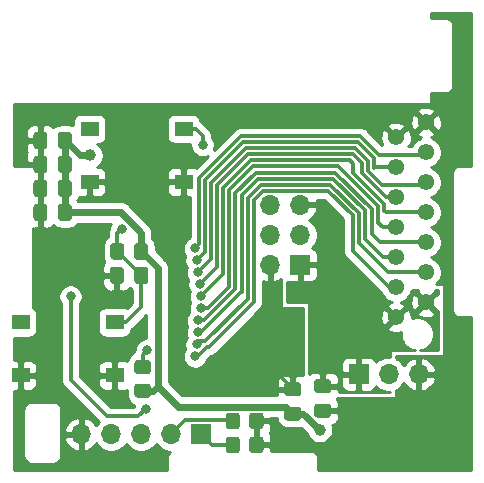
<source format=gbr>
%TF.GenerationSoftware,KiCad,Pcbnew,(5.1.10)-1*%
%TF.CreationDate,2022-01-02T17:41:35+01:00*%
%TF.ProjectId,3DESPWrover,33444553-5057-4726-9f76-65722e6b6963,rev?*%
%TF.SameCoordinates,Original*%
%TF.FileFunction,Copper,L1,Top*%
%TF.FilePolarity,Positive*%
%FSLAX46Y46*%
G04 Gerber Fmt 4.6, Leading zero omitted, Abs format (unit mm)*
G04 Created by KiCad (PCBNEW (5.1.10)-1) date 2022-01-02 17:41:35*
%MOMM*%
%LPD*%
G01*
G04 APERTURE LIST*
%TA.AperFunction,ComponentPad*%
%ADD10R,1.700000X1.700000*%
%TD*%
%TA.AperFunction,ComponentPad*%
%ADD11O,1.700000X1.700000*%
%TD*%
%TA.AperFunction,ComponentPad*%
%ADD12C,1.381000*%
%TD*%
%TA.AperFunction,SMDPad,CuDef*%
%ADD13R,1.550000X1.300000*%
%TD*%
%TA.AperFunction,ViaPad*%
%ADD14C,1.000000*%
%TD*%
%TA.AperFunction,ViaPad*%
%ADD15C,0.800000*%
%TD*%
%TA.AperFunction,Conductor*%
%ADD16C,0.625000*%
%TD*%
%TA.AperFunction,Conductor*%
%ADD17C,0.312500*%
%TD*%
%TA.AperFunction,Conductor*%
%ADD18C,0.254000*%
%TD*%
%TA.AperFunction,Conductor*%
%ADD19C,0.100000*%
%TD*%
G04 APERTURE END LIST*
%TO.P,C1,1*%
%TO.N,+3V3*%
%TA.AperFunction,SMDPad,CuDef*%
G36*
G01*
X205460000Y-63025000D02*
X205460000Y-63975000D01*
G75*
G02*
X205210000Y-64225000I-250000J0D01*
G01*
X204535000Y-64225000D01*
G75*
G02*
X204285000Y-63975000I0J250000D01*
G01*
X204285000Y-63025000D01*
G75*
G02*
X204535000Y-62775000I250000J0D01*
G01*
X205210000Y-62775000D01*
G75*
G02*
X205460000Y-63025000I0J-250000D01*
G01*
G37*
%TD.AperFunction*%
%TO.P,C1,2*%
%TO.N,GND*%
%TA.AperFunction,SMDPad,CuDef*%
G36*
G01*
X203385000Y-63025000D02*
X203385000Y-63975000D01*
G75*
G02*
X203135000Y-64225000I-250000J0D01*
G01*
X202460000Y-64225000D01*
G75*
G02*
X202210000Y-63975000I0J250000D01*
G01*
X202210000Y-63025000D01*
G75*
G02*
X202460000Y-62775000I250000J0D01*
G01*
X203135000Y-62775000D01*
G75*
G02*
X203385000Y-63025000I0J-250000D01*
G01*
G37*
%TD.AperFunction*%
%TD*%
%TO.P,C2,1*%
%TO.N,+3V3*%
%TA.AperFunction,SMDPad,CuDef*%
G36*
G01*
X205460000Y-65057000D02*
X205460000Y-66007000D01*
G75*
G02*
X205210000Y-66257000I-250000J0D01*
G01*
X204535000Y-66257000D01*
G75*
G02*
X204285000Y-66007000I0J250000D01*
G01*
X204285000Y-65057000D01*
G75*
G02*
X204535000Y-64807000I250000J0D01*
G01*
X205210000Y-64807000D01*
G75*
G02*
X205460000Y-65057000I0J-250000D01*
G01*
G37*
%TD.AperFunction*%
%TO.P,C2,2*%
%TO.N,GND*%
%TA.AperFunction,SMDPad,CuDef*%
G36*
G01*
X203385000Y-65057000D02*
X203385000Y-66007000D01*
G75*
G02*
X203135000Y-66257000I-250000J0D01*
G01*
X202460000Y-66257000D01*
G75*
G02*
X202210000Y-66007000I0J250000D01*
G01*
X202210000Y-65057000D01*
G75*
G02*
X202460000Y-64807000I250000J0D01*
G01*
X203135000Y-64807000D01*
G75*
G02*
X203385000Y-65057000I0J-250000D01*
G01*
G37*
%TD.AperFunction*%
%TD*%
%TO.P,C3,2*%
%TO.N,GND*%
%TA.AperFunction,SMDPad,CuDef*%
G36*
G01*
X203385000Y-60993000D02*
X203385000Y-61943000D01*
G75*
G02*
X203135000Y-62193000I-250000J0D01*
G01*
X202460000Y-62193000D01*
G75*
G02*
X202210000Y-61943000I0J250000D01*
G01*
X202210000Y-60993000D01*
G75*
G02*
X202460000Y-60743000I250000J0D01*
G01*
X203135000Y-60743000D01*
G75*
G02*
X203385000Y-60993000I0J-250000D01*
G01*
G37*
%TD.AperFunction*%
%TO.P,C3,1*%
%TO.N,+3V3*%
%TA.AperFunction,SMDPad,CuDef*%
G36*
G01*
X205460000Y-60993000D02*
X205460000Y-61943000D01*
G75*
G02*
X205210000Y-62193000I-250000J0D01*
G01*
X204535000Y-62193000D01*
G75*
G02*
X204285000Y-61943000I0J250000D01*
G01*
X204285000Y-60993000D01*
G75*
G02*
X204535000Y-60743000I250000J0D01*
G01*
X205210000Y-60743000D01*
G75*
G02*
X205460000Y-60993000I0J-250000D01*
G01*
G37*
%TD.AperFunction*%
%TD*%
%TO.P,C4,1*%
%TO.N,+3V3*%
%TA.AperFunction,SMDPad,CuDef*%
G36*
G01*
X205460000Y-67089000D02*
X205460000Y-68039000D01*
G75*
G02*
X205210000Y-68289000I-250000J0D01*
G01*
X204535000Y-68289000D01*
G75*
G02*
X204285000Y-68039000I0J250000D01*
G01*
X204285000Y-67089000D01*
G75*
G02*
X204535000Y-66839000I250000J0D01*
G01*
X205210000Y-66839000D01*
G75*
G02*
X205460000Y-67089000I0J-250000D01*
G01*
G37*
%TD.AperFunction*%
%TO.P,C4,2*%
%TO.N,GND*%
%TA.AperFunction,SMDPad,CuDef*%
G36*
G01*
X203385000Y-67089000D02*
X203385000Y-68039000D01*
G75*
G02*
X203135000Y-68289000I-250000J0D01*
G01*
X202460000Y-68289000D01*
G75*
G02*
X202210000Y-68039000I0J250000D01*
G01*
X202210000Y-67089000D01*
G75*
G02*
X202460000Y-66839000I250000J0D01*
G01*
X203135000Y-66839000D01*
G75*
G02*
X203385000Y-67089000I0J-250000D01*
G01*
G37*
%TD.AperFunction*%
%TD*%
%TO.P,C6,2*%
%TO.N,GND*%
%TA.AperFunction,SMDPad,CuDef*%
G36*
G01*
X224630000Y-83116000D02*
X223680000Y-83116000D01*
G75*
G02*
X223430000Y-82866000I0J250000D01*
G01*
X223430000Y-82191000D01*
G75*
G02*
X223680000Y-81941000I250000J0D01*
G01*
X224630000Y-81941000D01*
G75*
G02*
X224880000Y-82191000I0J-250000D01*
G01*
X224880000Y-82866000D01*
G75*
G02*
X224630000Y-83116000I-250000J0D01*
G01*
G37*
%TD.AperFunction*%
%TO.P,C6,1*%
%TO.N,+3V3*%
%TA.AperFunction,SMDPad,CuDef*%
G36*
G01*
X224630000Y-85191000D02*
X223680000Y-85191000D01*
G75*
G02*
X223430000Y-84941000I0J250000D01*
G01*
X223430000Y-84266000D01*
G75*
G02*
X223680000Y-84016000I250000J0D01*
G01*
X224630000Y-84016000D01*
G75*
G02*
X224880000Y-84266000I0J-250000D01*
G01*
X224880000Y-84941000D01*
G75*
G02*
X224630000Y-85191000I-250000J0D01*
G01*
G37*
%TD.AperFunction*%
%TD*%
%TO.P,C8,1*%
%TO.N,/RESET*%
%TA.AperFunction,SMDPad,CuDef*%
G36*
G01*
X211937000Y-72423000D02*
X211937000Y-73373000D01*
G75*
G02*
X211687000Y-73623000I-250000J0D01*
G01*
X211012000Y-73623000D01*
G75*
G02*
X210762000Y-73373000I0J250000D01*
G01*
X210762000Y-72423000D01*
G75*
G02*
X211012000Y-72173000I250000J0D01*
G01*
X211687000Y-72173000D01*
G75*
G02*
X211937000Y-72423000I0J-250000D01*
G01*
G37*
%TD.AperFunction*%
%TO.P,C8,2*%
%TO.N,GND*%
%TA.AperFunction,SMDPad,CuDef*%
G36*
G01*
X209862000Y-72423000D02*
X209862000Y-73373000D01*
G75*
G02*
X209612000Y-73623000I-250000J0D01*
G01*
X208937000Y-73623000D01*
G75*
G02*
X208687000Y-73373000I0J250000D01*
G01*
X208687000Y-72423000D01*
G75*
G02*
X208937000Y-72173000I250000J0D01*
G01*
X209612000Y-72173000D01*
G75*
G02*
X209862000Y-72423000I0J-250000D01*
G01*
G37*
%TD.AperFunction*%
%TD*%
%TO.P,C11,1*%
%TO.N,/Vin*%
%TA.AperFunction,SMDPad,CuDef*%
G36*
G01*
X226220000Y-81687000D02*
X227170000Y-81687000D01*
G75*
G02*
X227420000Y-81937000I0J-250000D01*
G01*
X227420000Y-82612000D01*
G75*
G02*
X227170000Y-82862000I-250000J0D01*
G01*
X226220000Y-82862000D01*
G75*
G02*
X225970000Y-82612000I0J250000D01*
G01*
X225970000Y-81937000D01*
G75*
G02*
X226220000Y-81687000I250000J0D01*
G01*
G37*
%TD.AperFunction*%
%TO.P,C11,2*%
%TO.N,GND*%
%TA.AperFunction,SMDPad,CuDef*%
G36*
G01*
X226220000Y-83762000D02*
X227170000Y-83762000D01*
G75*
G02*
X227420000Y-84012000I0J-250000D01*
G01*
X227420000Y-84687000D01*
G75*
G02*
X227170000Y-84937000I-250000J0D01*
G01*
X226220000Y-84937000D01*
G75*
G02*
X225970000Y-84687000I0J250000D01*
G01*
X225970000Y-84012000D01*
G75*
G02*
X226220000Y-83762000I250000J0D01*
G01*
G37*
%TD.AperFunction*%
%TD*%
D10*
%TO.P,J2,1*%
%TO.N,/Vin*%
X229743000Y-81254600D03*
D11*
%TO.P,J2,2*%
%TO.N,/Vout*%
X232283000Y-81254600D03*
%TO.P,J2,3*%
%TO.N,GND*%
X234823000Y-81254600D03*
%TD*%
%TO.P,R1,2*%
%TO.N,GND*%
%TA.AperFunction,SMDPad,CuDef*%
G36*
G01*
X220491000Y-85667001D02*
X220491000Y-84766999D01*
G75*
G02*
X220740999Y-84517000I249999J0D01*
G01*
X221441001Y-84517000D01*
G75*
G02*
X221691000Y-84766999I0J-249999D01*
G01*
X221691000Y-85667001D01*
G75*
G02*
X221441001Y-85917000I-249999J0D01*
G01*
X220740999Y-85917000D01*
G75*
G02*
X220491000Y-85667001I0J249999D01*
G01*
G37*
%TD.AperFunction*%
%TO.P,R1,1*%
%TO.N,Net-(J1-Pad2)*%
%TA.AperFunction,SMDPad,CuDef*%
G36*
G01*
X218491000Y-85667001D02*
X218491000Y-84766999D01*
G75*
G02*
X218740999Y-84517000I249999J0D01*
G01*
X219441001Y-84517000D01*
G75*
G02*
X219691000Y-84766999I0J-249999D01*
G01*
X219691000Y-85667001D01*
G75*
G02*
X219441001Y-85917000I-249999J0D01*
G01*
X218740999Y-85917000D01*
G75*
G02*
X218491000Y-85667001I0J249999D01*
G01*
G37*
%TD.AperFunction*%
%TD*%
%TO.P,R2,1*%
%TO.N,Net-(J1-Pad1)*%
%TA.AperFunction,SMDPad,CuDef*%
G36*
G01*
X218491000Y-87699001D02*
X218491000Y-86798999D01*
G75*
G02*
X218740999Y-86549000I249999J0D01*
G01*
X219441001Y-86549000D01*
G75*
G02*
X219691000Y-86798999I0J-249999D01*
G01*
X219691000Y-87699001D01*
G75*
G02*
X219441001Y-87949000I-249999J0D01*
G01*
X218740999Y-87949000D01*
G75*
G02*
X218491000Y-87699001I0J249999D01*
G01*
G37*
%TD.AperFunction*%
%TO.P,R2,2*%
%TO.N,GND*%
%TA.AperFunction,SMDPad,CuDef*%
G36*
G01*
X220491000Y-87699001D02*
X220491000Y-86798999D01*
G75*
G02*
X220740999Y-86549000I249999J0D01*
G01*
X221441001Y-86549000D01*
G75*
G02*
X221691000Y-86798999I0J-249999D01*
G01*
X221691000Y-87699001D01*
G75*
G02*
X221441001Y-87949000I-249999J0D01*
G01*
X220740999Y-87949000D01*
G75*
G02*
X220491000Y-87699001I0J249999D01*
G01*
G37*
%TD.AperFunction*%
%TD*%
%TO.P,R3,1*%
%TO.N,+3V3*%
%TA.AperFunction,SMDPad,CuDef*%
G36*
G01*
X211912000Y-70415999D02*
X211912000Y-71316001D01*
G75*
G02*
X211662001Y-71566000I-249999J0D01*
G01*
X210961999Y-71566000D01*
G75*
G02*
X210712000Y-71316001I0J249999D01*
G01*
X210712000Y-70415999D01*
G75*
G02*
X210961999Y-70166000I249999J0D01*
G01*
X211662001Y-70166000D01*
G75*
G02*
X211912000Y-70415999I0J-249999D01*
G01*
G37*
%TD.AperFunction*%
%TO.P,R3,2*%
%TO.N,/RESET*%
%TA.AperFunction,SMDPad,CuDef*%
G36*
G01*
X209912000Y-70415999D02*
X209912000Y-71316001D01*
G75*
G02*
X209662001Y-71566000I-249999J0D01*
G01*
X208961999Y-71566000D01*
G75*
G02*
X208712000Y-71316001I0J249999D01*
G01*
X208712000Y-70415999D01*
G75*
G02*
X208961999Y-70166000I249999J0D01*
G01*
X209662001Y-70166000D01*
G75*
G02*
X209912000Y-70415999I0J-249999D01*
G01*
G37*
%TD.AperFunction*%
%TD*%
D10*
%TO.P,J1,1*%
%TO.N,Net-(J1-Pad1)*%
X216408000Y-86360000D03*
D11*
%TO.P,J1,2*%
%TO.N,Net-(J1-Pad2)*%
X213868000Y-86360000D03*
%TO.P,J1,3*%
%TO.N,/D-*%
X211328000Y-86360000D03*
%TO.P,J1,4*%
%TO.N,/D+*%
X208788000Y-86360000D03*
%TO.P,J1,5*%
%TO.N,GND*%
X206248000Y-86360000D03*
%TD*%
D10*
%TO.P,J3,1*%
%TO.N,/Vin*%
X224790000Y-72009000D03*
D11*
%TO.P,J3,2*%
%TO.N,GND*%
X222250000Y-72009000D03*
%TO.P,J3,3*%
%TO.N,/D6*%
X224790000Y-69469000D03*
%TO.P,J3,4*%
%TO.N,/D5*%
X222250000Y-69469000D03*
%TO.P,J3,5*%
%TO.N,/Vin*%
X224790000Y-66929000D03*
%TO.P,J3,6*%
%TO.N,GND*%
X222250000Y-66929000D03*
%TD*%
D12*
%TO.P,J4,14*%
%TO.N,/Vin*%
X232918000Y-76454000D03*
%TO.P,J4,13*%
X235458000Y-75184000D03*
%TO.P,J4,12*%
%TO.N,/D16*%
X232918000Y-73914000D03*
%TO.P,J4,11*%
%TO.N,/D15*%
X235458000Y-72644000D03*
%TO.P,J4,10*%
%TO.N,/D14*%
X232918000Y-71374000D03*
%TO.P,J4,9*%
%TO.N,/D13*%
X235458000Y-70104000D03*
%TO.P,J4,8*%
%TO.N,/D12*%
X232918000Y-68834000D03*
%TO.P,J4,7*%
%TO.N,/D11*%
X235458000Y-67564000D03*
%TO.P,J4,6*%
%TO.N,/D10*%
X232918000Y-66294000D03*
%TO.P,J4,5*%
%TO.N,/D9*%
X235458000Y-65024000D03*
%TO.P,J4,4*%
%TO.N,/D8*%
X232918000Y-63754000D03*
%TO.P,J4,3*%
%TO.N,/D7*%
X235458000Y-62484000D03*
%TO.P,J4,2*%
%TO.N,GND*%
X232918000Y-61214000D03*
%TO.P,J4,1*%
X235458000Y-59944000D03*
%TD*%
D13*
%TO.P,SW1,1*%
%TO.N,GND*%
X214922000Y-64988000D03*
X206972000Y-64988000D03*
%TO.P,SW1,2*%
%TO.N,/BOOT0*%
X214922000Y-60488000D03*
X206972000Y-60488000D03*
%TD*%
%TO.P,SW2,2*%
%TO.N,/RESET*%
X201130000Y-76871000D03*
X209080000Y-76871000D03*
%TO.P,SW2,1*%
%TO.N,GND*%
X201130000Y-81371000D03*
X209080000Y-81371000D03*
%TD*%
%TO.P,R4,1*%
%TO.N,/AD1*%
%TA.AperFunction,SMDPad,CuDef*%
G36*
G01*
X211004999Y-80061000D02*
X211905001Y-80061000D01*
G75*
G02*
X212155000Y-80310999I0J-249999D01*
G01*
X212155000Y-81011001D01*
G75*
G02*
X211905001Y-81261000I-249999J0D01*
G01*
X211004999Y-81261000D01*
G75*
G02*
X210755000Y-81011001I0J249999D01*
G01*
X210755000Y-80310999D01*
G75*
G02*
X211004999Y-80061000I249999J0D01*
G01*
G37*
%TD.AperFunction*%
%TO.P,R4,2*%
%TO.N,+3V3*%
%TA.AperFunction,SMDPad,CuDef*%
G36*
G01*
X211004999Y-82061000D02*
X211905001Y-82061000D01*
G75*
G02*
X212155000Y-82310999I0J-249999D01*
G01*
X212155000Y-83011001D01*
G75*
G02*
X211905001Y-83261000I-249999J0D01*
G01*
X211004999Y-83261000D01*
G75*
G02*
X210755000Y-83011001I0J249999D01*
G01*
X210755000Y-82310999D01*
G75*
G02*
X211004999Y-82061000I249999J0D01*
G01*
G37*
%TD.AperFunction*%
%TD*%
D14*
%TO.N,+3V3*%
X226441000Y-85979000D03*
X207010000Y-62738000D03*
D15*
%TO.N,GND*%
X222631000Y-77216000D03*
%TO.N,/RESET*%
X209677000Y-68961000D03*
%TO.N,/NEOPIX*%
X211709000Y-84201000D03*
X205359000Y-74676000D03*
%TO.N,/D7*%
X215900000Y-70612000D03*
%TO.N,/D8*%
X216027000Y-71628000D03*
%TO.N,/D9*%
X216154000Y-72644000D03*
%TO.N,/D10*%
X216281000Y-73660000D03*
%TO.N,/D11*%
X216408000Y-74676000D03*
%TO.N,/D12*%
X216408000Y-75692000D03*
%TO.N,/BOOT0*%
X216535000Y-61849000D03*
%TO.N,/AD1*%
X211812500Y-79248000D03*
%TO.N,/D16*%
X215900000Y-79756000D03*
%TO.N,/D15*%
X216027000Y-78740000D03*
%TO.N,/D14*%
X216154000Y-77724000D03*
%TO.N,/D13*%
X216154000Y-76708000D03*
%TD*%
D16*
%TO.N,+3V3*%
X225065500Y-84603500D02*
X226441000Y-85979000D01*
X224155000Y-84603500D02*
X225065500Y-84603500D01*
X206142500Y-62738000D02*
X204872500Y-61468000D01*
X207010000Y-62738000D02*
X206142500Y-62738000D01*
X204872500Y-61468000D02*
X204872500Y-63500000D01*
X204872500Y-63500000D02*
X204872500Y-65532000D01*
X204872500Y-65532000D02*
X204872500Y-67564000D01*
X204872500Y-67564000D02*
X209599000Y-67564000D01*
X211312000Y-69277000D02*
X209599000Y-67564000D01*
X211312000Y-70866000D02*
X211312000Y-69277000D01*
X212725000Y-72279000D02*
X211312000Y-70866000D01*
X212725000Y-82296000D02*
X212725000Y-72279000D01*
X214433490Y-84004490D02*
X212725000Y-82296000D01*
X223555990Y-84004490D02*
X214433490Y-84004490D01*
X224155000Y-84603500D02*
X223555990Y-84004490D01*
X212360000Y-82661000D02*
X212725000Y-82296000D01*
X211455000Y-82661000D02*
X212360000Y-82661000D01*
D17*
%TO.N,GND*%
X222631000Y-81004500D02*
X222631000Y-77216000D01*
X224155000Y-82528500D02*
X222631000Y-81004500D01*
%TO.N,/RESET*%
X209312000Y-69326000D02*
X209677000Y-68961000D01*
X209312000Y-70866000D02*
X209312000Y-69326000D01*
X209274500Y-70903500D02*
X209312000Y-70866000D01*
X209080000Y-76871000D02*
X210022000Y-76871000D01*
X211349500Y-75543500D02*
X211349500Y-72898000D01*
X210022000Y-76871000D02*
X211349500Y-75543500D01*
X211344000Y-72898000D02*
X209312000Y-70866000D01*
X211349500Y-72898000D02*
X211344000Y-72898000D01*
%TO.N,/NEOPIX*%
X211074000Y-84836000D02*
X211709000Y-84201000D01*
X208407000Y-84836000D02*
X211074000Y-84836000D01*
X205359000Y-81788000D02*
X208407000Y-84836000D01*
X205359000Y-74676000D02*
X205359000Y-81788000D01*
%TO.N,/D7*%
X219760412Y-61110164D02*
X216240415Y-64630155D01*
X216240415Y-70271585D02*
X215900000Y-70612000D01*
X216240415Y-64630155D02*
X216240415Y-70271585D01*
X224305166Y-61110166D02*
X229893166Y-61110166D01*
X224305164Y-61110164D02*
X224305166Y-61110166D01*
X219760412Y-61110164D02*
X224305164Y-61110164D01*
X235234751Y-62707249D02*
X235458000Y-62484000D01*
X231490249Y-62707249D02*
X235234751Y-62707249D01*
X229893166Y-61110166D02*
X231490249Y-62707249D01*
%TO.N,/D8*%
X231031040Y-63754000D02*
X232918000Y-63754000D01*
X231022020Y-63763020D02*
X231031040Y-63754000D01*
X231022020Y-62985626D02*
X231022020Y-63763020D01*
X229659070Y-61622676D02*
X231022020Y-62985626D01*
X219972701Y-61622675D02*
X229659070Y-61622676D01*
X216752925Y-64842443D02*
X219972701Y-61622675D01*
X216752925Y-64860925D02*
X216752925Y-64842443D01*
X216752929Y-64860930D02*
X216752925Y-64860925D01*
X216752929Y-70902071D02*
X216752929Y-64860930D01*
X216027000Y-71628000D02*
X216752929Y-70902071D01*
%TO.N,/D9*%
X217265439Y-65944561D02*
X217265441Y-65054725D01*
X217265435Y-65944565D02*
X217265439Y-65944561D01*
X217265441Y-65054725D02*
X220184988Y-62135184D01*
X217265439Y-71532561D02*
X216154000Y-72644000D01*
X217265439Y-65944561D02*
X217265439Y-71532561D01*
X230509510Y-63197914D02*
X230509510Y-64018924D01*
X229446781Y-62135185D02*
X230509510Y-63197914D01*
X220184988Y-62135184D02*
X229446781Y-62135185D01*
X235234751Y-65247249D02*
X235458000Y-65024000D01*
X231737835Y-65247249D02*
X235234751Y-65247249D01*
X230509510Y-64018924D02*
X231737835Y-65247249D01*
%TO.N,/D10*%
X217777949Y-65267014D02*
X220397276Y-62647694D01*
X217777949Y-72163051D02*
X216281000Y-73660000D01*
X217777949Y-65267014D02*
X217777949Y-72163051D01*
X229997000Y-63410202D02*
X229997000Y-64231212D01*
X229234492Y-62647694D02*
X229997000Y-63410202D01*
X220397276Y-62647694D02*
X229234492Y-62647694D01*
X232059788Y-66294000D02*
X232918000Y-66294000D01*
X229997000Y-64231212D02*
X232059788Y-66294000D01*
%TO.N,/D11*%
X218290457Y-65479303D02*
X220609563Y-63160203D01*
X220609563Y-63160203D02*
X228006203Y-63160203D01*
X228006203Y-63160203D02*
X228201192Y-63160204D01*
X218290457Y-68748708D02*
X218290453Y-68748712D01*
X218290457Y-65479303D02*
X218290457Y-68748708D01*
X218290453Y-72793547D02*
X216408000Y-74676000D01*
X218290453Y-68748712D02*
X218290453Y-72793547D01*
X232029000Y-67564000D02*
X235458000Y-67564000D01*
X231875759Y-67410759D02*
X232029000Y-67564000D01*
X231875759Y-66834769D02*
X231875759Y-67410759D01*
X229285222Y-64244232D02*
X231875759Y-66834769D01*
X229285222Y-63423222D02*
X229285222Y-64244232D01*
X229022203Y-63160203D02*
X229285222Y-63423222D01*
X228006203Y-63160203D02*
X229022203Y-63160203D01*
%TO.N,/D12*%
X218802963Y-68961000D02*
X218802965Y-65691592D01*
X218802965Y-65691592D02*
X220821850Y-63672712D01*
X220821850Y-63672712D02*
X227988905Y-63672713D01*
X216973685Y-75692000D02*
X216408000Y-75692000D01*
X218802963Y-73862722D02*
X216973685Y-75692000D01*
X218802963Y-68961000D02*
X218802963Y-73862722D01*
X227988905Y-63672713D02*
X231363249Y-67047057D01*
X231363249Y-67047057D02*
X231363249Y-68422249D01*
X231775000Y-68834000D02*
X232918000Y-68834000D01*
X231363249Y-68422249D02*
X231775000Y-68834000D01*
%TO.N,/BOOT0*%
X214922000Y-60488000D02*
X215936000Y-60488000D01*
X216535000Y-61087000D02*
X215936000Y-60488000D01*
X216535000Y-61849000D02*
X216535000Y-61087000D01*
%TO.N,/AD1*%
X211455000Y-79605500D02*
X211812500Y-79248000D01*
X211455000Y-80661000D02*
X211455000Y-79605500D01*
%TO.N,/D16*%
X229225982Y-70856982D02*
X232283000Y-73914000D01*
X227139749Y-65722749D02*
X229225980Y-67808980D01*
X232283000Y-73914000D02*
X232918000Y-73914000D01*
X221670999Y-65722749D02*
X227139749Y-65722749D01*
X220853000Y-66540748D02*
X221670999Y-65722749D01*
X220853000Y-75184000D02*
X220853000Y-66540748D01*
X229225980Y-67808980D02*
X229225982Y-70856982D01*
X217044239Y-78992761D02*
X220853000Y-75184000D01*
X216893491Y-78992761D02*
X217044239Y-78992761D01*
X216130252Y-79756000D02*
X216893491Y-78992761D01*
X215900000Y-79756000D02*
X216130252Y-79756000D01*
%TO.N,/D15*%
X227352038Y-65210240D02*
X229738490Y-67596692D01*
X221458711Y-65210239D02*
X227352038Y-65210240D01*
X220340491Y-66328459D02*
X221458711Y-65210239D01*
X220340491Y-66328459D02*
X220340491Y-74910761D01*
X216771001Y-78480251D02*
X220340491Y-74910761D01*
X216159749Y-78480251D02*
X216771001Y-78480251D01*
X216027000Y-78613000D02*
X216159749Y-78480251D01*
X216027000Y-78740000D02*
X216027000Y-78613000D01*
X232192310Y-72644000D02*
X235458000Y-72644000D01*
X229738490Y-70190180D02*
X232192310Y-72644000D01*
X229738490Y-67596692D02*
X229738490Y-70190180D01*
%TO.N,/D14*%
X227564327Y-64697731D02*
X230251000Y-67384404D01*
X221246424Y-64697730D02*
X227564327Y-64697731D01*
X219827982Y-66116170D02*
X221246424Y-64697730D01*
X219827982Y-66116170D02*
X219827982Y-74304018D01*
X216391281Y-77724000D02*
X216154000Y-77724000D01*
X219811263Y-74304018D02*
X216391281Y-77724000D01*
X219827982Y-74304018D02*
X219811263Y-74304018D01*
X230251000Y-67384404D02*
X230251000Y-69850000D01*
X231775000Y-71374000D02*
X232918000Y-71374000D01*
X230251000Y-69850000D02*
X231775000Y-71374000D01*
%TO.N,/D13*%
X227776616Y-64185222D02*
X230850739Y-67259345D01*
X221034137Y-64185221D02*
X227776616Y-64185222D01*
X219315473Y-65903881D02*
X221034137Y-64185221D01*
X216682483Y-76708000D02*
X216154000Y-76708000D01*
X219315472Y-74075011D02*
X216682483Y-76708000D01*
X219315473Y-65903881D02*
X219315472Y-74075011D01*
X230850739Y-67259345D02*
X230850739Y-69433739D01*
X231521000Y-70104000D02*
X235458000Y-70104000D01*
X230850739Y-69433739D02*
X231521000Y-70104000D01*
%TO.N,Net-(J1-Pad1)*%
X217297000Y-87249000D02*
X216408000Y-86360000D01*
X219091000Y-87249000D02*
X217297000Y-87249000D01*
%TO.N,Net-(J1-Pad2)*%
X215074251Y-85153749D02*
X213868000Y-86360000D01*
X219027749Y-85153749D02*
X215074251Y-85153749D01*
X219091000Y-85217000D02*
X219027749Y-85153749D01*
%TD*%
D18*
%TO.N,/Vin*%
X228434730Y-68136727D02*
X228434733Y-70818116D01*
X228430905Y-70856982D01*
X228434733Y-70895848D01*
X228434733Y-70895849D01*
X228446182Y-71012094D01*
X228461433Y-71062368D01*
X228491427Y-71161245D01*
X228564899Y-71298703D01*
X228639001Y-71388997D01*
X228639005Y-71389001D01*
X228663778Y-71419187D01*
X228693964Y-71443960D01*
X231696022Y-74446019D01*
X231711440Y-74464806D01*
X231743357Y-74541860D01*
X231888417Y-74758957D01*
X232073043Y-74943583D01*
X232290140Y-75088643D01*
X232525552Y-75186154D01*
X232339953Y-75254061D01*
X232241433Y-75306721D01*
X232183125Y-75539520D01*
X232918000Y-76274395D01*
X233652875Y-75539520D01*
X233594567Y-75306721D01*
X233491453Y-75258849D01*
X234128192Y-75258849D01*
X234168346Y-75516844D01*
X234258061Y-75762047D01*
X234310721Y-75860567D01*
X234543520Y-75918875D01*
X235278395Y-75184000D01*
X234543520Y-74449125D01*
X234310721Y-74507433D01*
X234200773Y-74744257D01*
X234139141Y-74997979D01*
X234128192Y-75258849D01*
X233491453Y-75258849D01*
X233357743Y-75196773D01*
X233311771Y-75185606D01*
X233545860Y-75088643D01*
X233762957Y-74943583D01*
X233947583Y-74758957D01*
X234092643Y-74541860D01*
X234192562Y-74300634D01*
X234218944Y-74168000D01*
X234748552Y-74168000D01*
X234723125Y-74269520D01*
X235458000Y-75004395D01*
X236192875Y-74269520D01*
X236167448Y-74168000D01*
X236474000Y-74168000D01*
X236474000Y-74474552D01*
X236372480Y-74449125D01*
X235637605Y-75184000D01*
X236372480Y-75918875D01*
X236474000Y-75893448D01*
X236474000Y-79248000D01*
X234937310Y-79248000D01*
X235129282Y-79209814D01*
X235385885Y-79103525D01*
X235616822Y-78949218D01*
X235813218Y-78752822D01*
X235967525Y-78521885D01*
X236073814Y-78265282D01*
X236128000Y-77992873D01*
X236128000Y-77715127D01*
X236073814Y-77442718D01*
X235967525Y-77186115D01*
X235813218Y-76955178D01*
X235616822Y-76758782D01*
X235385885Y-76604475D01*
X235129282Y-76498186D01*
X234856873Y-76444000D01*
X234579127Y-76444000D01*
X234306718Y-76498186D01*
X234241681Y-76525125D01*
X234247808Y-76379151D01*
X234207654Y-76121156D01*
X234199358Y-76098480D01*
X234723125Y-76098480D01*
X234781433Y-76331279D01*
X235018257Y-76441227D01*
X235271979Y-76502859D01*
X235532849Y-76513808D01*
X235790844Y-76473654D01*
X236036047Y-76383939D01*
X236134567Y-76331279D01*
X236192875Y-76098480D01*
X235458000Y-75363605D01*
X234723125Y-76098480D01*
X234199358Y-76098480D01*
X234117939Y-75875953D01*
X234065279Y-75777433D01*
X233832480Y-75719125D01*
X233097605Y-76454000D01*
X233111748Y-76468143D01*
X232932143Y-76647748D01*
X232918000Y-76633605D01*
X232183125Y-77368480D01*
X232241433Y-77601279D01*
X232478257Y-77711227D01*
X232731979Y-77772859D01*
X232992849Y-77783808D01*
X233250844Y-77743654D01*
X233308000Y-77722742D01*
X233308000Y-77992873D01*
X233362186Y-78265282D01*
X233468475Y-78521885D01*
X233622782Y-78752822D01*
X233819178Y-78949218D01*
X234050115Y-79103525D01*
X234306718Y-79209814D01*
X234498690Y-79248000D01*
X232537000Y-79248000D01*
X232512224Y-79250440D01*
X232488399Y-79257667D01*
X232466443Y-79269403D01*
X232447197Y-79285197D01*
X232431403Y-79304443D01*
X232419667Y-79326399D01*
X232412440Y-79350224D01*
X232410000Y-79375000D01*
X232410000Y-79769600D01*
X232136740Y-79769600D01*
X231849842Y-79826668D01*
X231579589Y-79938610D01*
X231336368Y-80101125D01*
X231204513Y-80232980D01*
X231182502Y-80160420D01*
X231123537Y-80050106D01*
X231044185Y-79953415D01*
X230947494Y-79874063D01*
X230837180Y-79815098D01*
X230717482Y-79778788D01*
X230593000Y-79766528D01*
X230028750Y-79769600D01*
X229870000Y-79928350D01*
X229870000Y-81127600D01*
X229890000Y-81127600D01*
X229890000Y-81381600D01*
X229870000Y-81381600D01*
X229870000Y-82580850D01*
X230028750Y-82739600D01*
X230593000Y-82742672D01*
X230717482Y-82730412D01*
X230837180Y-82694102D01*
X230947494Y-82635137D01*
X231044185Y-82555785D01*
X231123537Y-82459094D01*
X231182502Y-82348780D01*
X231204513Y-82276220D01*
X231336368Y-82408075D01*
X231579589Y-82570590D01*
X231849842Y-82682532D01*
X232136740Y-82739600D01*
X232410000Y-82739600D01*
X232410000Y-82804000D01*
X228057482Y-82804000D01*
X228055000Y-82560250D01*
X227896250Y-82401500D01*
X226822000Y-82401500D01*
X226822000Y-82421500D01*
X226568000Y-82421500D01*
X226568000Y-82401500D01*
X226548000Y-82401500D01*
X226548000Y-82147500D01*
X226568000Y-82147500D01*
X226568000Y-81210750D01*
X226822000Y-81210750D01*
X226822000Y-82147500D01*
X227896250Y-82147500D01*
X227939150Y-82104600D01*
X228254928Y-82104600D01*
X228267188Y-82229082D01*
X228303498Y-82348780D01*
X228362463Y-82459094D01*
X228441815Y-82555785D01*
X228538506Y-82635137D01*
X228648820Y-82694102D01*
X228768518Y-82730412D01*
X228893000Y-82742672D01*
X229457250Y-82739600D01*
X229616000Y-82580850D01*
X229616000Y-81381600D01*
X228416750Y-81381600D01*
X228258000Y-81540350D01*
X228254928Y-82104600D01*
X227939150Y-82104600D01*
X228055000Y-81988750D01*
X228058072Y-81687000D01*
X228045812Y-81562518D01*
X228009502Y-81442820D01*
X227950537Y-81332506D01*
X227871185Y-81235815D01*
X227774494Y-81156463D01*
X227664180Y-81097498D01*
X227544482Y-81061188D01*
X227420000Y-81048928D01*
X226980750Y-81052000D01*
X226822000Y-81210750D01*
X226568000Y-81210750D01*
X226409250Y-81052000D01*
X225970000Y-81048928D01*
X225845518Y-81061188D01*
X225725820Y-81097498D01*
X225615506Y-81156463D01*
X225552000Y-81208581D01*
X225552000Y-80404600D01*
X228254928Y-80404600D01*
X228258000Y-80968850D01*
X228416750Y-81127600D01*
X229616000Y-81127600D01*
X229616000Y-79928350D01*
X229457250Y-79769600D01*
X228893000Y-79766528D01*
X228768518Y-79778788D01*
X228648820Y-79815098D01*
X228538506Y-79874063D01*
X228441815Y-79953415D01*
X228362463Y-80050106D01*
X228303498Y-80160420D01*
X228267188Y-80280118D01*
X228254928Y-80404600D01*
X225552000Y-80404600D01*
X225552000Y-76528849D01*
X231588192Y-76528849D01*
X231628346Y-76786844D01*
X231718061Y-77032047D01*
X231770721Y-77130567D01*
X232003520Y-77188875D01*
X232738395Y-76454000D01*
X232003520Y-75719125D01*
X231770721Y-75777433D01*
X231660773Y-76014257D01*
X231599141Y-76267979D01*
X231588192Y-76528849D01*
X225552000Y-76528849D01*
X225552000Y-75311000D01*
X225549560Y-75286224D01*
X225542333Y-75262399D01*
X225530597Y-75240443D01*
X225514803Y-75221197D01*
X225495557Y-75205403D01*
X225473601Y-75193667D01*
X225449776Y-75186440D01*
X225425000Y-75184000D01*
X223647000Y-75184000D01*
X223647000Y-73422407D01*
X223695820Y-73448502D01*
X223815518Y-73484812D01*
X223940000Y-73497072D01*
X224504250Y-73494000D01*
X224663000Y-73335250D01*
X224663000Y-72136000D01*
X224917000Y-72136000D01*
X224917000Y-73335250D01*
X225075750Y-73494000D01*
X225640000Y-73497072D01*
X225764482Y-73484812D01*
X225884180Y-73448502D01*
X225994494Y-73389537D01*
X226091185Y-73310185D01*
X226170537Y-73213494D01*
X226229502Y-73103180D01*
X226265812Y-72983482D01*
X226278072Y-72859000D01*
X226275000Y-72294750D01*
X226116250Y-72136000D01*
X224917000Y-72136000D01*
X224663000Y-72136000D01*
X224643000Y-72136000D01*
X224643000Y-71882000D01*
X224663000Y-71882000D01*
X224663000Y-71862000D01*
X224917000Y-71862000D01*
X224917000Y-71882000D01*
X226116250Y-71882000D01*
X226275000Y-71723250D01*
X226278072Y-71159000D01*
X226265812Y-71034518D01*
X226229502Y-70914820D01*
X226170537Y-70804506D01*
X226091185Y-70707815D01*
X225994494Y-70628463D01*
X225884180Y-70569498D01*
X225811620Y-70547487D01*
X225943475Y-70415632D01*
X226105990Y-70172411D01*
X226217932Y-69902158D01*
X226275000Y-69615260D01*
X226275000Y-69322740D01*
X226217932Y-69035842D01*
X226105990Y-68765589D01*
X225943475Y-68522368D01*
X225736632Y-68315525D01*
X225554466Y-68193805D01*
X225671355Y-68124178D01*
X225887588Y-67929269D01*
X226061641Y-67695920D01*
X226186825Y-67433099D01*
X226231476Y-67285890D01*
X226110155Y-67056000D01*
X224917000Y-67056000D01*
X224917000Y-67076000D01*
X224663000Y-67076000D01*
X224663000Y-67056000D01*
X224643000Y-67056000D01*
X224643000Y-66802000D01*
X224663000Y-66802000D01*
X224663000Y-66782000D01*
X224917000Y-66782000D01*
X224917000Y-66802000D01*
X226110155Y-66802000D01*
X226231476Y-66572110D01*
X226213850Y-66513999D01*
X226812003Y-66513999D01*
X228434730Y-68136727D01*
%TA.AperFunction,Conductor*%
D19*
G36*
X228434730Y-68136727D02*
G01*
X228434733Y-70818116D01*
X228430905Y-70856982D01*
X228434733Y-70895848D01*
X228434733Y-70895849D01*
X228446182Y-71012094D01*
X228461433Y-71062368D01*
X228491427Y-71161245D01*
X228564899Y-71298703D01*
X228639001Y-71388997D01*
X228639005Y-71389001D01*
X228663778Y-71419187D01*
X228693964Y-71443960D01*
X231696022Y-74446019D01*
X231711440Y-74464806D01*
X231743357Y-74541860D01*
X231888417Y-74758957D01*
X232073043Y-74943583D01*
X232290140Y-75088643D01*
X232525552Y-75186154D01*
X232339953Y-75254061D01*
X232241433Y-75306721D01*
X232183125Y-75539520D01*
X232918000Y-76274395D01*
X233652875Y-75539520D01*
X233594567Y-75306721D01*
X233491453Y-75258849D01*
X234128192Y-75258849D01*
X234168346Y-75516844D01*
X234258061Y-75762047D01*
X234310721Y-75860567D01*
X234543520Y-75918875D01*
X235278395Y-75184000D01*
X234543520Y-74449125D01*
X234310721Y-74507433D01*
X234200773Y-74744257D01*
X234139141Y-74997979D01*
X234128192Y-75258849D01*
X233491453Y-75258849D01*
X233357743Y-75196773D01*
X233311771Y-75185606D01*
X233545860Y-75088643D01*
X233762957Y-74943583D01*
X233947583Y-74758957D01*
X234092643Y-74541860D01*
X234192562Y-74300634D01*
X234218944Y-74168000D01*
X234748552Y-74168000D01*
X234723125Y-74269520D01*
X235458000Y-75004395D01*
X236192875Y-74269520D01*
X236167448Y-74168000D01*
X236474000Y-74168000D01*
X236474000Y-74474552D01*
X236372480Y-74449125D01*
X235637605Y-75184000D01*
X236372480Y-75918875D01*
X236474000Y-75893448D01*
X236474000Y-79248000D01*
X234937310Y-79248000D01*
X235129282Y-79209814D01*
X235385885Y-79103525D01*
X235616822Y-78949218D01*
X235813218Y-78752822D01*
X235967525Y-78521885D01*
X236073814Y-78265282D01*
X236128000Y-77992873D01*
X236128000Y-77715127D01*
X236073814Y-77442718D01*
X235967525Y-77186115D01*
X235813218Y-76955178D01*
X235616822Y-76758782D01*
X235385885Y-76604475D01*
X235129282Y-76498186D01*
X234856873Y-76444000D01*
X234579127Y-76444000D01*
X234306718Y-76498186D01*
X234241681Y-76525125D01*
X234247808Y-76379151D01*
X234207654Y-76121156D01*
X234199358Y-76098480D01*
X234723125Y-76098480D01*
X234781433Y-76331279D01*
X235018257Y-76441227D01*
X235271979Y-76502859D01*
X235532849Y-76513808D01*
X235790844Y-76473654D01*
X236036047Y-76383939D01*
X236134567Y-76331279D01*
X236192875Y-76098480D01*
X235458000Y-75363605D01*
X234723125Y-76098480D01*
X234199358Y-76098480D01*
X234117939Y-75875953D01*
X234065279Y-75777433D01*
X233832480Y-75719125D01*
X233097605Y-76454000D01*
X233111748Y-76468143D01*
X232932143Y-76647748D01*
X232918000Y-76633605D01*
X232183125Y-77368480D01*
X232241433Y-77601279D01*
X232478257Y-77711227D01*
X232731979Y-77772859D01*
X232992849Y-77783808D01*
X233250844Y-77743654D01*
X233308000Y-77722742D01*
X233308000Y-77992873D01*
X233362186Y-78265282D01*
X233468475Y-78521885D01*
X233622782Y-78752822D01*
X233819178Y-78949218D01*
X234050115Y-79103525D01*
X234306718Y-79209814D01*
X234498690Y-79248000D01*
X232537000Y-79248000D01*
X232512224Y-79250440D01*
X232488399Y-79257667D01*
X232466443Y-79269403D01*
X232447197Y-79285197D01*
X232431403Y-79304443D01*
X232419667Y-79326399D01*
X232412440Y-79350224D01*
X232410000Y-79375000D01*
X232410000Y-79769600D01*
X232136740Y-79769600D01*
X231849842Y-79826668D01*
X231579589Y-79938610D01*
X231336368Y-80101125D01*
X231204513Y-80232980D01*
X231182502Y-80160420D01*
X231123537Y-80050106D01*
X231044185Y-79953415D01*
X230947494Y-79874063D01*
X230837180Y-79815098D01*
X230717482Y-79778788D01*
X230593000Y-79766528D01*
X230028750Y-79769600D01*
X229870000Y-79928350D01*
X229870000Y-81127600D01*
X229890000Y-81127600D01*
X229890000Y-81381600D01*
X229870000Y-81381600D01*
X229870000Y-82580850D01*
X230028750Y-82739600D01*
X230593000Y-82742672D01*
X230717482Y-82730412D01*
X230837180Y-82694102D01*
X230947494Y-82635137D01*
X231044185Y-82555785D01*
X231123537Y-82459094D01*
X231182502Y-82348780D01*
X231204513Y-82276220D01*
X231336368Y-82408075D01*
X231579589Y-82570590D01*
X231849842Y-82682532D01*
X232136740Y-82739600D01*
X232410000Y-82739600D01*
X232410000Y-82804000D01*
X228057482Y-82804000D01*
X228055000Y-82560250D01*
X227896250Y-82401500D01*
X226822000Y-82401500D01*
X226822000Y-82421500D01*
X226568000Y-82421500D01*
X226568000Y-82401500D01*
X226548000Y-82401500D01*
X226548000Y-82147500D01*
X226568000Y-82147500D01*
X226568000Y-81210750D01*
X226822000Y-81210750D01*
X226822000Y-82147500D01*
X227896250Y-82147500D01*
X227939150Y-82104600D01*
X228254928Y-82104600D01*
X228267188Y-82229082D01*
X228303498Y-82348780D01*
X228362463Y-82459094D01*
X228441815Y-82555785D01*
X228538506Y-82635137D01*
X228648820Y-82694102D01*
X228768518Y-82730412D01*
X228893000Y-82742672D01*
X229457250Y-82739600D01*
X229616000Y-82580850D01*
X229616000Y-81381600D01*
X228416750Y-81381600D01*
X228258000Y-81540350D01*
X228254928Y-82104600D01*
X227939150Y-82104600D01*
X228055000Y-81988750D01*
X228058072Y-81687000D01*
X228045812Y-81562518D01*
X228009502Y-81442820D01*
X227950537Y-81332506D01*
X227871185Y-81235815D01*
X227774494Y-81156463D01*
X227664180Y-81097498D01*
X227544482Y-81061188D01*
X227420000Y-81048928D01*
X226980750Y-81052000D01*
X226822000Y-81210750D01*
X226568000Y-81210750D01*
X226409250Y-81052000D01*
X225970000Y-81048928D01*
X225845518Y-81061188D01*
X225725820Y-81097498D01*
X225615506Y-81156463D01*
X225552000Y-81208581D01*
X225552000Y-80404600D01*
X228254928Y-80404600D01*
X228258000Y-80968850D01*
X228416750Y-81127600D01*
X229616000Y-81127600D01*
X229616000Y-79928350D01*
X229457250Y-79769600D01*
X228893000Y-79766528D01*
X228768518Y-79778788D01*
X228648820Y-79815098D01*
X228538506Y-79874063D01*
X228441815Y-79953415D01*
X228362463Y-80050106D01*
X228303498Y-80160420D01*
X228267188Y-80280118D01*
X228254928Y-80404600D01*
X225552000Y-80404600D01*
X225552000Y-76528849D01*
X231588192Y-76528849D01*
X231628346Y-76786844D01*
X231718061Y-77032047D01*
X231770721Y-77130567D01*
X232003520Y-77188875D01*
X232738395Y-76454000D01*
X232003520Y-75719125D01*
X231770721Y-75777433D01*
X231660773Y-76014257D01*
X231599141Y-76267979D01*
X231588192Y-76528849D01*
X225552000Y-76528849D01*
X225552000Y-75311000D01*
X225549560Y-75286224D01*
X225542333Y-75262399D01*
X225530597Y-75240443D01*
X225514803Y-75221197D01*
X225495557Y-75205403D01*
X225473601Y-75193667D01*
X225449776Y-75186440D01*
X225425000Y-75184000D01*
X223647000Y-75184000D01*
X223647000Y-73422407D01*
X223695820Y-73448502D01*
X223815518Y-73484812D01*
X223940000Y-73497072D01*
X224504250Y-73494000D01*
X224663000Y-73335250D01*
X224663000Y-72136000D01*
X224917000Y-72136000D01*
X224917000Y-73335250D01*
X225075750Y-73494000D01*
X225640000Y-73497072D01*
X225764482Y-73484812D01*
X225884180Y-73448502D01*
X225994494Y-73389537D01*
X226091185Y-73310185D01*
X226170537Y-73213494D01*
X226229502Y-73103180D01*
X226265812Y-72983482D01*
X226278072Y-72859000D01*
X226275000Y-72294750D01*
X226116250Y-72136000D01*
X224917000Y-72136000D01*
X224663000Y-72136000D01*
X224643000Y-72136000D01*
X224643000Y-71882000D01*
X224663000Y-71882000D01*
X224663000Y-71862000D01*
X224917000Y-71862000D01*
X224917000Y-71882000D01*
X226116250Y-71882000D01*
X226275000Y-71723250D01*
X226278072Y-71159000D01*
X226265812Y-71034518D01*
X226229502Y-70914820D01*
X226170537Y-70804506D01*
X226091185Y-70707815D01*
X225994494Y-70628463D01*
X225884180Y-70569498D01*
X225811620Y-70547487D01*
X225943475Y-70415632D01*
X226105990Y-70172411D01*
X226217932Y-69902158D01*
X226275000Y-69615260D01*
X226275000Y-69322740D01*
X226217932Y-69035842D01*
X226105990Y-68765589D01*
X225943475Y-68522368D01*
X225736632Y-68315525D01*
X225554466Y-68193805D01*
X225671355Y-68124178D01*
X225887588Y-67929269D01*
X226061641Y-67695920D01*
X226186825Y-67433099D01*
X226231476Y-67285890D01*
X226110155Y-67056000D01*
X224917000Y-67056000D01*
X224917000Y-67076000D01*
X224663000Y-67076000D01*
X224663000Y-67056000D01*
X224643000Y-67056000D01*
X224643000Y-66802000D01*
X224663000Y-66802000D01*
X224663000Y-66782000D01*
X224917000Y-66782000D01*
X224917000Y-66802000D01*
X226110155Y-66802000D01*
X226231476Y-66572110D01*
X226213850Y-66513999D01*
X226812003Y-66513999D01*
X228434730Y-68136727D01*
G37*
%TD.AperFunction*%
%TD*%
D18*
%TO.N,GND*%
X239269714Y-63607715D02*
X238321393Y-63607715D01*
X238289714Y-63604595D01*
X238258035Y-63607715D01*
X238163272Y-63617048D01*
X238041689Y-63653930D01*
X237929638Y-63713823D01*
X237831424Y-63794425D01*
X237750822Y-63892639D01*
X237690929Y-64004690D01*
X237654047Y-64126273D01*
X237641594Y-64252715D01*
X237644715Y-64284404D01*
X237644714Y-75749622D01*
X237641595Y-75781293D01*
X237644714Y-75812962D01*
X237644714Y-75812968D01*
X237654047Y-75907731D01*
X237690929Y-76029314D01*
X237750822Y-76141365D01*
X237750823Y-76141366D01*
X237750825Y-76141369D01*
X237764706Y-76158284D01*
X237831424Y-76239580D01*
X237929638Y-76320182D01*
X238041689Y-76380075D01*
X238163272Y-76416957D01*
X238289714Y-76429410D01*
X238321397Y-76426290D01*
X239269715Y-76426283D01*
X239269714Y-89372000D01*
X226324000Y-89372000D01*
X226324000Y-88423679D01*
X226327120Y-88392000D01*
X226314667Y-88265558D01*
X226277785Y-88143975D01*
X226217892Y-88031924D01*
X226137290Y-87933710D01*
X226039076Y-87853108D01*
X225927025Y-87793215D01*
X225805442Y-87756333D01*
X225710679Y-87747000D01*
X225679000Y-87743880D01*
X225647321Y-87747000D01*
X222327574Y-87747000D01*
X222326000Y-87534750D01*
X222167250Y-87376000D01*
X221218000Y-87376000D01*
X221218000Y-87396000D01*
X220964000Y-87396000D01*
X220964000Y-87376000D01*
X220944000Y-87376000D01*
X220944000Y-87122000D01*
X220964000Y-87122000D01*
X220964000Y-85344000D01*
X221218000Y-85344000D01*
X221218000Y-87122000D01*
X222167250Y-87122000D01*
X222326000Y-86963250D01*
X222329072Y-86549000D01*
X222316812Y-86424518D01*
X222280502Y-86304820D01*
X222242113Y-86233000D01*
X222280502Y-86161180D01*
X222316812Y-86041482D01*
X222329072Y-85917000D01*
X222326000Y-85502750D01*
X222167250Y-85344000D01*
X221218000Y-85344000D01*
X220964000Y-85344000D01*
X220944000Y-85344000D01*
X220944000Y-85090000D01*
X220964000Y-85090000D01*
X220964000Y-85070000D01*
X221218000Y-85070000D01*
X221218000Y-85090000D01*
X222167250Y-85090000D01*
X222305260Y-84951990D01*
X222793010Y-84951990D01*
X222808992Y-85114254D01*
X222859528Y-85280850D01*
X222941595Y-85434386D01*
X223052038Y-85568962D01*
X223186614Y-85679405D01*
X223340150Y-85761472D01*
X223506746Y-85812008D01*
X223680000Y-85829072D01*
X224630000Y-85829072D01*
X224803254Y-85812008D01*
X224903601Y-85781568D01*
X225329136Y-86207104D01*
X225349617Y-86310067D01*
X225435176Y-86516624D01*
X225559388Y-86702520D01*
X225717480Y-86860612D01*
X225903376Y-86984824D01*
X226109933Y-87070383D01*
X226329212Y-87114000D01*
X226552788Y-87114000D01*
X226772067Y-87070383D01*
X226978624Y-86984824D01*
X227164520Y-86860612D01*
X227322612Y-86702520D01*
X227446824Y-86516624D01*
X227532383Y-86310067D01*
X227576000Y-86090788D01*
X227576000Y-85867212D01*
X227532383Y-85647933D01*
X227498981Y-85567293D01*
X227544482Y-85562812D01*
X227664180Y-85526502D01*
X227774494Y-85467537D01*
X227871185Y-85388185D01*
X227950537Y-85291494D01*
X228009502Y-85181180D01*
X228045812Y-85061482D01*
X228058072Y-84937000D01*
X228055000Y-84635250D01*
X227896250Y-84476500D01*
X226822000Y-84476500D01*
X226822000Y-84496500D01*
X226568000Y-84496500D01*
X226568000Y-84476500D01*
X226548000Y-84476500D01*
X226548000Y-84222500D01*
X226568000Y-84222500D01*
X226568000Y-84202500D01*
X226822000Y-84202500D01*
X226822000Y-84222500D01*
X227896250Y-84222500D01*
X228055000Y-84063750D01*
X228058072Y-83762000D01*
X228045812Y-83637518D01*
X228009502Y-83517820D01*
X227950537Y-83407506D01*
X227872158Y-83312000D01*
X232791000Y-83312000D01*
X232815776Y-83309560D01*
X232839601Y-83302333D01*
X232861557Y-83290597D01*
X232880803Y-83274803D01*
X232896597Y-83255557D01*
X232908333Y-83233601D01*
X232915560Y-83209776D01*
X232918000Y-83185000D01*
X232918000Y-82598927D01*
X232986411Y-82570590D01*
X233229632Y-82408075D01*
X233436475Y-82201232D01*
X233558195Y-82019066D01*
X233627822Y-82135955D01*
X233822731Y-82352188D01*
X234056080Y-82526241D01*
X234318901Y-82651425D01*
X234466110Y-82696076D01*
X234696000Y-82574755D01*
X234696000Y-81381600D01*
X234950000Y-81381600D01*
X234950000Y-82574755D01*
X235179890Y-82696076D01*
X235327099Y-82651425D01*
X235589920Y-82526241D01*
X235823269Y-82352188D01*
X236018178Y-82135955D01*
X236167157Y-81885852D01*
X236264481Y-81611491D01*
X236143814Y-81381600D01*
X234950000Y-81381600D01*
X234696000Y-81381600D01*
X234676000Y-81381600D01*
X234676000Y-81127600D01*
X234696000Y-81127600D01*
X234696000Y-79934445D01*
X234950000Y-79934445D01*
X234950000Y-81127600D01*
X236143814Y-81127600D01*
X236264481Y-80897709D01*
X236167157Y-80623348D01*
X236018178Y-80373245D01*
X235823269Y-80157012D01*
X235589920Y-79982959D01*
X235327099Y-79857775D01*
X235179890Y-79813124D01*
X234950000Y-79934445D01*
X234696000Y-79934445D01*
X234466110Y-79813124D01*
X234318901Y-79857775D01*
X234056080Y-79982959D01*
X233822731Y-80157012D01*
X233627822Y-80373245D01*
X233558195Y-80490134D01*
X233436475Y-80307968D01*
X233229632Y-80101125D01*
X232986411Y-79938610D01*
X232918000Y-79910273D01*
X232918000Y-79756000D01*
X236855000Y-79756000D01*
X236879776Y-79753560D01*
X236903601Y-79746333D01*
X236925557Y-79734597D01*
X236944803Y-79718803D01*
X236960597Y-79699557D01*
X236972333Y-79677601D01*
X236979560Y-79653776D01*
X236982000Y-79629000D01*
X236982000Y-73787000D01*
X236979560Y-73762224D01*
X236972333Y-73738399D01*
X236960597Y-73716443D01*
X236944803Y-73697197D01*
X236925557Y-73681403D01*
X236903601Y-73669667D01*
X236879776Y-73662440D01*
X236855000Y-73660000D01*
X236316540Y-73660000D01*
X236487583Y-73488957D01*
X236632643Y-73271860D01*
X236732562Y-73030634D01*
X236783500Y-72774550D01*
X236783500Y-72513450D01*
X236732562Y-72257366D01*
X236632643Y-72016140D01*
X236487583Y-71799043D01*
X236302957Y-71614417D01*
X236085860Y-71469357D01*
X235855648Y-71374000D01*
X236085860Y-71278643D01*
X236302957Y-71133583D01*
X236487583Y-70948957D01*
X236632643Y-70731860D01*
X236732562Y-70490634D01*
X236783500Y-70234550D01*
X236783500Y-69973450D01*
X236732562Y-69717366D01*
X236632643Y-69476140D01*
X236487583Y-69259043D01*
X236302957Y-69074417D01*
X236085860Y-68929357D01*
X235855648Y-68834000D01*
X236085860Y-68738643D01*
X236302957Y-68593583D01*
X236487583Y-68408957D01*
X236632643Y-68191860D01*
X236732562Y-67950634D01*
X236783500Y-67694550D01*
X236783500Y-67433450D01*
X236732562Y-67177366D01*
X236632643Y-66936140D01*
X236487583Y-66719043D01*
X236302957Y-66534417D01*
X236085860Y-66389357D01*
X235855648Y-66294000D01*
X236085860Y-66198643D01*
X236302957Y-66053583D01*
X236487583Y-65868957D01*
X236632643Y-65651860D01*
X236732562Y-65410634D01*
X236783500Y-65154550D01*
X236783500Y-64893450D01*
X236732562Y-64637366D01*
X236632643Y-64396140D01*
X236487583Y-64179043D01*
X236302957Y-63994417D01*
X236085860Y-63849357D01*
X235855648Y-63754000D01*
X236085860Y-63658643D01*
X236302957Y-63513583D01*
X236487583Y-63328957D01*
X236632643Y-63111860D01*
X236732562Y-62870634D01*
X236783500Y-62614550D01*
X236783500Y-62353450D01*
X236732562Y-62097366D01*
X236632643Y-61856140D01*
X236487583Y-61639043D01*
X236302957Y-61454417D01*
X236085860Y-61309357D01*
X235850448Y-61211846D01*
X236036047Y-61143939D01*
X236134567Y-61091279D01*
X236192875Y-60858480D01*
X235458000Y-60123605D01*
X234723125Y-60858480D01*
X234781433Y-61091279D01*
X235018257Y-61201227D01*
X235064229Y-61212394D01*
X234830140Y-61309357D01*
X234613043Y-61454417D01*
X234428417Y-61639043D01*
X234283357Y-61856140D01*
X234258563Y-61915999D01*
X233963740Y-61915999D01*
X234065279Y-61890567D01*
X234175227Y-61653743D01*
X234236859Y-61400021D01*
X234247808Y-61139151D01*
X234207654Y-60881156D01*
X234117939Y-60635953D01*
X234065279Y-60537433D01*
X233832480Y-60479125D01*
X233097605Y-61214000D01*
X233111748Y-61228143D01*
X232932143Y-61407748D01*
X232918000Y-61393605D01*
X232903858Y-61407748D01*
X232724253Y-61228143D01*
X232738395Y-61214000D01*
X232003520Y-60479125D01*
X231770721Y-60537433D01*
X231660773Y-60774257D01*
X231599141Y-61027979D01*
X231588192Y-61288849D01*
X231628346Y-61546844D01*
X231718061Y-61792047D01*
X231745639Y-61843643D01*
X230480147Y-60578151D01*
X230455371Y-60547961D01*
X230334888Y-60449083D01*
X230197429Y-60375610D01*
X230048278Y-60330365D01*
X229932033Y-60318916D01*
X229932022Y-60318916D01*
X229893166Y-60315089D01*
X229854310Y-60318916D01*
X224344051Y-60318916D01*
X224344031Y-60318914D01*
X224344020Y-60318914D01*
X224305164Y-60315087D01*
X224266308Y-60318914D01*
X219799269Y-60318914D01*
X219760412Y-60315087D01*
X219721555Y-60318914D01*
X219721545Y-60318914D01*
X219605300Y-60330363D01*
X219456149Y-60375608D01*
X219318690Y-60449081D01*
X219198207Y-60547959D01*
X219173429Y-60578150D01*
X217480407Y-62271170D01*
X217530226Y-62150898D01*
X217570000Y-61950939D01*
X217570000Y-61747061D01*
X217530226Y-61547102D01*
X217452205Y-61358744D01*
X217338937Y-61189226D01*
X217326250Y-61176539D01*
X217326250Y-61125856D01*
X217330077Y-61087000D01*
X217326250Y-61048143D01*
X217326250Y-61048133D01*
X217314801Y-60931888D01*
X217276584Y-60805904D01*
X217269556Y-60782736D01*
X217196083Y-60645278D01*
X217121981Y-60554984D01*
X217121978Y-60554981D01*
X217097205Y-60524795D01*
X217067018Y-60500021D01*
X216866517Y-60299520D01*
X232183125Y-60299520D01*
X232918000Y-61034395D01*
X233652875Y-60299520D01*
X233594567Y-60066721D01*
X233491453Y-60018849D01*
X234128192Y-60018849D01*
X234168346Y-60276844D01*
X234258061Y-60522047D01*
X234310721Y-60620567D01*
X234543520Y-60678875D01*
X235278395Y-59944000D01*
X235637605Y-59944000D01*
X236372480Y-60678875D01*
X236605279Y-60620567D01*
X236715227Y-60383743D01*
X236776859Y-60130021D01*
X236787808Y-59869151D01*
X236747654Y-59611156D01*
X236657939Y-59365953D01*
X236605279Y-59267433D01*
X236372480Y-59209125D01*
X235637605Y-59944000D01*
X235278395Y-59944000D01*
X234543520Y-59209125D01*
X234310721Y-59267433D01*
X234200773Y-59504257D01*
X234139141Y-59757979D01*
X234128192Y-60018849D01*
X233491453Y-60018849D01*
X233357743Y-59956773D01*
X233104021Y-59895141D01*
X232843151Y-59884192D01*
X232585156Y-59924346D01*
X232339953Y-60014061D01*
X232241433Y-60066721D01*
X232183125Y-60299520D01*
X216866517Y-60299520D01*
X216522982Y-59955986D01*
X216498205Y-59925795D01*
X216377722Y-59826917D01*
X216331550Y-59802238D01*
X216322812Y-59713518D01*
X216286502Y-59593820D01*
X216227537Y-59483506D01*
X216148185Y-59386815D01*
X216051494Y-59307463D01*
X215941180Y-59248498D01*
X215821482Y-59212188D01*
X215697000Y-59199928D01*
X214147000Y-59199928D01*
X214022518Y-59212188D01*
X213902820Y-59248498D01*
X213792506Y-59307463D01*
X213695815Y-59386815D01*
X213616463Y-59483506D01*
X213557498Y-59593820D01*
X213521188Y-59713518D01*
X213508928Y-59838000D01*
X213508928Y-61138000D01*
X213521188Y-61262482D01*
X213557498Y-61382180D01*
X213616463Y-61492494D01*
X213695815Y-61589185D01*
X213792506Y-61668537D01*
X213902820Y-61727502D01*
X214022518Y-61763812D01*
X214147000Y-61776072D01*
X215500000Y-61776072D01*
X215500000Y-61950939D01*
X215539774Y-62150898D01*
X215617795Y-62339256D01*
X215731063Y-62508774D01*
X215875226Y-62652937D01*
X216044744Y-62766205D01*
X216233102Y-62844226D01*
X216433061Y-62884000D01*
X216636939Y-62884000D01*
X216836898Y-62844226D01*
X216957169Y-62794408D01*
X215981517Y-63770059D01*
X215941180Y-63748498D01*
X215821482Y-63712188D01*
X215697000Y-63699928D01*
X215207750Y-63703000D01*
X215049000Y-63861750D01*
X215049000Y-64861000D01*
X215069000Y-64861000D01*
X215069000Y-65115000D01*
X215049000Y-65115000D01*
X215049000Y-66114250D01*
X215207750Y-66273000D01*
X215449165Y-66274516D01*
X215449166Y-69678466D01*
X215409744Y-69694795D01*
X215240226Y-69808063D01*
X215096063Y-69952226D01*
X214982795Y-70121744D01*
X214904774Y-70310102D01*
X214865000Y-70510061D01*
X214865000Y-70713939D01*
X214904774Y-70913898D01*
X214982795Y-71102256D01*
X215070268Y-71233169D01*
X215031774Y-71326102D01*
X214992000Y-71526061D01*
X214992000Y-71729939D01*
X215031774Y-71929898D01*
X215109795Y-72118256D01*
X215197268Y-72249169D01*
X215158774Y-72342102D01*
X215119000Y-72542061D01*
X215119000Y-72745939D01*
X215158774Y-72945898D01*
X215236795Y-73134256D01*
X215324268Y-73265169D01*
X215285774Y-73358102D01*
X215246000Y-73558061D01*
X215246000Y-73761939D01*
X215285774Y-73961898D01*
X215363795Y-74150256D01*
X215451268Y-74281169D01*
X215412774Y-74374102D01*
X215373000Y-74574061D01*
X215373000Y-74777939D01*
X215412774Y-74977898D01*
X215490795Y-75166256D01*
X215502651Y-75184000D01*
X215490795Y-75201744D01*
X215412774Y-75390102D01*
X215373000Y-75590061D01*
X215373000Y-75793939D01*
X215411383Y-75986906D01*
X215350063Y-76048226D01*
X215236795Y-76217744D01*
X215158774Y-76406102D01*
X215119000Y-76606061D01*
X215119000Y-76809939D01*
X215158774Y-77009898D01*
X215236795Y-77198256D01*
X215248651Y-77216000D01*
X215236795Y-77233744D01*
X215158774Y-77422102D01*
X215119000Y-77622061D01*
X215119000Y-77825939D01*
X215158774Y-78025898D01*
X215197268Y-78118831D01*
X215109795Y-78249744D01*
X215031774Y-78438102D01*
X214992000Y-78638061D01*
X214992000Y-78841939D01*
X215031774Y-79041898D01*
X215070268Y-79134831D01*
X214982795Y-79265744D01*
X214904774Y-79454102D01*
X214865000Y-79654061D01*
X214865000Y-79857939D01*
X214904774Y-80057898D01*
X214982795Y-80246256D01*
X215096063Y-80415774D01*
X215240226Y-80559937D01*
X215409744Y-80673205D01*
X215598102Y-80751226D01*
X215798061Y-80791000D01*
X216001939Y-80791000D01*
X216201898Y-80751226D01*
X216390256Y-80673205D01*
X216559774Y-80559937D01*
X216703937Y-80415774D01*
X216817205Y-80246256D01*
X216858368Y-80146880D01*
X217247202Y-79758046D01*
X217348502Y-79727317D01*
X217485961Y-79653844D01*
X217606444Y-79554966D01*
X217631222Y-79524774D01*
X221385020Y-75770977D01*
X221415205Y-75746205D01*
X221442642Y-75712774D01*
X221514082Y-75625723D01*
X221514083Y-75625722D01*
X221587556Y-75488263D01*
X221632801Y-75339112D01*
X221644250Y-75222867D01*
X221644250Y-75222857D01*
X221648077Y-75184001D01*
X221644250Y-75145144D01*
X221644250Y-73362203D01*
X221893109Y-73450481D01*
X222123000Y-73329814D01*
X222123000Y-72136000D01*
X222103000Y-72136000D01*
X222103000Y-71882000D01*
X222123000Y-71882000D01*
X222123000Y-71862000D01*
X222377000Y-71862000D01*
X222377000Y-71882000D01*
X222397000Y-71882000D01*
X222397000Y-72136000D01*
X222377000Y-72136000D01*
X222377000Y-73329814D01*
X222606891Y-73450481D01*
X222881252Y-73353157D01*
X223131355Y-73204178D01*
X223139000Y-73197287D01*
X223139000Y-75565000D01*
X223141440Y-75589776D01*
X223148667Y-75613601D01*
X223160403Y-75635557D01*
X223176197Y-75654803D01*
X223195443Y-75670597D01*
X223217399Y-75682333D01*
X223241224Y-75689560D01*
X223266000Y-75692000D01*
X225044000Y-75692000D01*
X225044000Y-81327176D01*
X225004482Y-81315188D01*
X224880000Y-81302928D01*
X224440750Y-81306000D01*
X224282000Y-81464750D01*
X224282000Y-82401500D01*
X224302000Y-82401500D01*
X224302000Y-82655500D01*
X224282000Y-82655500D01*
X224282000Y-82675500D01*
X224028000Y-82675500D01*
X224028000Y-82655500D01*
X222953750Y-82655500D01*
X222795000Y-82814250D01*
X222792529Y-83056990D01*
X214825958Y-83056990D01*
X213709967Y-81941000D01*
X222791928Y-81941000D01*
X222795000Y-82242750D01*
X222953750Y-82401500D01*
X224028000Y-82401500D01*
X224028000Y-81464750D01*
X223869250Y-81306000D01*
X223430000Y-81302928D01*
X223305518Y-81315188D01*
X223185820Y-81351498D01*
X223075506Y-81410463D01*
X222978815Y-81489815D01*
X222899463Y-81586506D01*
X222840498Y-81696820D01*
X222804188Y-81816518D01*
X222791928Y-81941000D01*
X213709967Y-81941000D01*
X213672500Y-81903534D01*
X213672500Y-72325542D01*
X213677084Y-72279000D01*
X213658790Y-72093258D01*
X213604611Y-71914653D01*
X213601827Y-71909444D01*
X213516629Y-71750050D01*
X213439322Y-71655851D01*
X213427894Y-71641926D01*
X213427891Y-71641923D01*
X213398225Y-71605775D01*
X213362076Y-71576108D01*
X212550072Y-70764105D01*
X212550072Y-70415999D01*
X212533008Y-70242745D01*
X212482472Y-70076149D01*
X212400405Y-69922613D01*
X212289962Y-69788038D01*
X212259500Y-69763038D01*
X212259500Y-69323542D01*
X212264084Y-69277000D01*
X212245790Y-69091258D01*
X212191611Y-68912653D01*
X212163185Y-68859472D01*
X212103629Y-68748050D01*
X211985225Y-68603775D01*
X211949071Y-68574104D01*
X210301900Y-66926934D01*
X210272225Y-66890775D01*
X210127950Y-66772371D01*
X209963347Y-66684389D01*
X209784742Y-66630210D01*
X209645542Y-66616500D01*
X209645534Y-66616500D01*
X209599000Y-66611917D01*
X209552466Y-66616500D01*
X205959569Y-66616500D01*
X205948405Y-66595614D01*
X205909329Y-66548000D01*
X205948405Y-66500386D01*
X206030472Y-66346850D01*
X206057082Y-66259129D01*
X206072518Y-66263812D01*
X206197000Y-66276072D01*
X206686250Y-66273000D01*
X206845000Y-66114250D01*
X206845000Y-65115000D01*
X207099000Y-65115000D01*
X207099000Y-66114250D01*
X207257750Y-66273000D01*
X207747000Y-66276072D01*
X207871482Y-66263812D01*
X207991180Y-66227502D01*
X208101494Y-66168537D01*
X208198185Y-66089185D01*
X208277537Y-65992494D01*
X208336502Y-65882180D01*
X208372812Y-65762482D01*
X208385072Y-65638000D01*
X213508928Y-65638000D01*
X213521188Y-65762482D01*
X213557498Y-65882180D01*
X213616463Y-65992494D01*
X213695815Y-66089185D01*
X213792506Y-66168537D01*
X213902820Y-66227502D01*
X214022518Y-66263812D01*
X214147000Y-66276072D01*
X214636250Y-66273000D01*
X214795000Y-66114250D01*
X214795000Y-65115000D01*
X213670750Y-65115000D01*
X213512000Y-65273750D01*
X213508928Y-65638000D01*
X208385072Y-65638000D01*
X208382000Y-65273750D01*
X208223250Y-65115000D01*
X207099000Y-65115000D01*
X206845000Y-65115000D01*
X206825000Y-65115000D01*
X206825000Y-64861000D01*
X206845000Y-64861000D01*
X206845000Y-64841000D01*
X207099000Y-64841000D01*
X207099000Y-64861000D01*
X208223250Y-64861000D01*
X208382000Y-64702250D01*
X208385072Y-64338000D01*
X213508928Y-64338000D01*
X213512000Y-64702250D01*
X213670750Y-64861000D01*
X214795000Y-64861000D01*
X214795000Y-63861750D01*
X214636250Y-63703000D01*
X214147000Y-63699928D01*
X214022518Y-63712188D01*
X213902820Y-63748498D01*
X213792506Y-63807463D01*
X213695815Y-63886815D01*
X213616463Y-63983506D01*
X213557498Y-64093820D01*
X213521188Y-64213518D01*
X213508928Y-64338000D01*
X208385072Y-64338000D01*
X208372812Y-64213518D01*
X208336502Y-64093820D01*
X208277537Y-63983506D01*
X208198185Y-63886815D01*
X208101494Y-63807463D01*
X207991180Y-63748498D01*
X207871482Y-63712188D01*
X207747000Y-63699928D01*
X207612051Y-63700775D01*
X207733520Y-63619612D01*
X207891612Y-63461520D01*
X208015824Y-63275624D01*
X208101383Y-63069067D01*
X208145000Y-62849788D01*
X208145000Y-62626212D01*
X208101383Y-62406933D01*
X208015824Y-62200376D01*
X207891612Y-62014480D01*
X207733520Y-61856388D01*
X207613319Y-61776072D01*
X207747000Y-61776072D01*
X207871482Y-61763812D01*
X207991180Y-61727502D01*
X208101494Y-61668537D01*
X208198185Y-61589185D01*
X208277537Y-61492494D01*
X208336502Y-61382180D01*
X208372812Y-61262482D01*
X208385072Y-61138000D01*
X208385072Y-59838000D01*
X208372812Y-59713518D01*
X208336502Y-59593820D01*
X208277537Y-59483506D01*
X208198185Y-59386815D01*
X208101494Y-59307463D01*
X207991180Y-59248498D01*
X207871482Y-59212188D01*
X207747000Y-59199928D01*
X206197000Y-59199928D01*
X206072518Y-59212188D01*
X205952820Y-59248498D01*
X205842506Y-59307463D01*
X205745815Y-59386815D01*
X205666463Y-59483506D01*
X205607498Y-59593820D01*
X205571188Y-59713518D01*
X205558928Y-59838000D01*
X205558928Y-60177380D01*
X205549850Y-60172528D01*
X205383254Y-60121992D01*
X205210000Y-60104928D01*
X204535000Y-60104928D01*
X204361746Y-60121992D01*
X204195150Y-60172528D01*
X204041614Y-60254595D01*
X203907038Y-60365038D01*
X203901658Y-60371594D01*
X203836185Y-60291815D01*
X203739494Y-60212463D01*
X203629180Y-60153498D01*
X203509482Y-60117188D01*
X203385000Y-60104928D01*
X203083250Y-60108000D01*
X202924500Y-60266750D01*
X202924500Y-61341000D01*
X202944500Y-61341000D01*
X202944500Y-61595000D01*
X202924500Y-61595000D01*
X202924500Y-63373000D01*
X202944500Y-63373000D01*
X202944500Y-63627000D01*
X202924500Y-63627000D01*
X202924500Y-65405000D01*
X202944500Y-65405000D01*
X202944500Y-65659000D01*
X202924500Y-65659000D01*
X202924500Y-67437000D01*
X202944500Y-67437000D01*
X202944500Y-67691000D01*
X202924500Y-67691000D01*
X202924500Y-68765250D01*
X203083250Y-68924000D01*
X203385000Y-68927072D01*
X203509482Y-68914812D01*
X203629180Y-68878502D01*
X203739494Y-68819537D01*
X203836185Y-68740185D01*
X203901658Y-68660406D01*
X203907038Y-68666962D01*
X204041614Y-68777405D01*
X204195150Y-68859472D01*
X204361746Y-68910008D01*
X204535000Y-68927072D01*
X205210000Y-68927072D01*
X205383254Y-68910008D01*
X205549850Y-68859472D01*
X205703386Y-68777405D01*
X205837962Y-68666962D01*
X205948405Y-68532386D01*
X205959569Y-68511500D01*
X208742913Y-68511500D01*
X208681774Y-68659102D01*
X208642000Y-68859061D01*
X208642000Y-68900962D01*
X208629686Y-68924000D01*
X208577445Y-69021737D01*
X208544763Y-69129476D01*
X208532200Y-69170889D01*
X208516923Y-69326000D01*
X208520751Y-69364866D01*
X208520751Y-69649727D01*
X208468613Y-69677595D01*
X208334038Y-69788038D01*
X208223595Y-69922613D01*
X208141528Y-70076149D01*
X208090992Y-70242745D01*
X208073928Y-70415999D01*
X208073928Y-71316001D01*
X208090992Y-71489255D01*
X208141528Y-71655851D01*
X208200069Y-71765372D01*
X208156463Y-71818506D01*
X208097498Y-71928820D01*
X208061188Y-72048518D01*
X208048928Y-72173000D01*
X208052000Y-72612250D01*
X208210750Y-72771000D01*
X209147500Y-72771000D01*
X209147500Y-72751000D01*
X209401500Y-72751000D01*
X209401500Y-72771000D01*
X209421500Y-72771000D01*
X209421500Y-73025000D01*
X209401500Y-73025000D01*
X209401500Y-74099250D01*
X209560250Y-74258000D01*
X209862000Y-74261072D01*
X209986482Y-74248812D01*
X210106180Y-74212502D01*
X210216494Y-74153537D01*
X210313185Y-74074185D01*
X210378658Y-73994406D01*
X210384038Y-74000962D01*
X210518614Y-74111405D01*
X210558251Y-74132591D01*
X210558250Y-75215754D01*
X210127414Y-75646590D01*
X210099180Y-75631498D01*
X209979482Y-75595188D01*
X209855000Y-75582928D01*
X208305000Y-75582928D01*
X208180518Y-75595188D01*
X208060820Y-75631498D01*
X207950506Y-75690463D01*
X207853815Y-75769815D01*
X207774463Y-75866506D01*
X207715498Y-75976820D01*
X207679188Y-76096518D01*
X207666928Y-76221000D01*
X207666928Y-77521000D01*
X207679188Y-77645482D01*
X207715498Y-77765180D01*
X207774463Y-77875494D01*
X207853815Y-77972185D01*
X207950506Y-78051537D01*
X208060820Y-78110502D01*
X208180518Y-78146812D01*
X208305000Y-78159072D01*
X209855000Y-78159072D01*
X209979482Y-78146812D01*
X210099180Y-78110502D01*
X210209494Y-78051537D01*
X210306185Y-77972185D01*
X210385537Y-77875494D01*
X210444502Y-77765180D01*
X210480812Y-77645482D01*
X210493072Y-77521000D01*
X210493072Y-77507996D01*
X210584205Y-77433205D01*
X210608983Y-77403013D01*
X211777501Y-76234495D01*
X211777500Y-78213000D01*
X211710561Y-78213000D01*
X211510602Y-78252774D01*
X211322244Y-78330795D01*
X211152726Y-78444063D01*
X211008563Y-78588226D01*
X210895295Y-78757744D01*
X210817274Y-78946102D01*
X210777500Y-79146061D01*
X210777500Y-79194493D01*
X210722697Y-79297024D01*
X210720445Y-79301237D01*
X210675200Y-79450388D01*
X210671434Y-79488621D01*
X210665149Y-79490528D01*
X210511613Y-79572595D01*
X210377038Y-79683038D01*
X210266595Y-79817613D01*
X210184528Y-79971149D01*
X210133992Y-80137745D01*
X210132835Y-80149488D01*
X210099180Y-80131498D01*
X209979482Y-80095188D01*
X209855000Y-80082928D01*
X209365750Y-80086000D01*
X209207000Y-80244750D01*
X209207000Y-81244000D01*
X209227000Y-81244000D01*
X209227000Y-81498000D01*
X209207000Y-81498000D01*
X209207000Y-82497250D01*
X209365750Y-82656000D01*
X209855000Y-82659072D01*
X209979482Y-82646812D01*
X210099180Y-82610502D01*
X210116928Y-82601015D01*
X210116928Y-83011001D01*
X210133992Y-83184255D01*
X210184528Y-83350851D01*
X210266595Y-83504387D01*
X210377038Y-83638962D01*
X210511613Y-83749405D01*
X210665149Y-83831472D01*
X210733233Y-83852125D01*
X210713774Y-83899102D01*
X210684803Y-84044750D01*
X208734747Y-84044750D01*
X206710997Y-82021000D01*
X207666928Y-82021000D01*
X207679188Y-82145482D01*
X207715498Y-82265180D01*
X207774463Y-82375494D01*
X207853815Y-82472185D01*
X207950506Y-82551537D01*
X208060820Y-82610502D01*
X208180518Y-82646812D01*
X208305000Y-82659072D01*
X208794250Y-82656000D01*
X208953000Y-82497250D01*
X208953000Y-81498000D01*
X207828750Y-81498000D01*
X207670000Y-81656750D01*
X207666928Y-82021000D01*
X206710997Y-82021000D01*
X206150250Y-81460254D01*
X206150250Y-80721000D01*
X207666928Y-80721000D01*
X207670000Y-81085250D01*
X207828750Y-81244000D01*
X208953000Y-81244000D01*
X208953000Y-80244750D01*
X208794250Y-80086000D01*
X208305000Y-80082928D01*
X208180518Y-80095188D01*
X208060820Y-80131498D01*
X207950506Y-80190463D01*
X207853815Y-80269815D01*
X207774463Y-80366506D01*
X207715498Y-80476820D01*
X207679188Y-80596518D01*
X207666928Y-80721000D01*
X206150250Y-80721000D01*
X206150250Y-75348461D01*
X206162937Y-75335774D01*
X206276205Y-75166256D01*
X206354226Y-74977898D01*
X206394000Y-74777939D01*
X206394000Y-74574061D01*
X206354226Y-74374102D01*
X206276205Y-74185744D01*
X206162937Y-74016226D01*
X206018774Y-73872063D01*
X205849256Y-73758795D01*
X205660898Y-73680774D01*
X205460939Y-73641000D01*
X205257061Y-73641000D01*
X205057102Y-73680774D01*
X204868744Y-73758795D01*
X204699226Y-73872063D01*
X204555063Y-74016226D01*
X204441795Y-74185744D01*
X204363774Y-74374102D01*
X204324000Y-74574061D01*
X204324000Y-74777939D01*
X204363774Y-74977898D01*
X204441795Y-75166256D01*
X204555063Y-75335774D01*
X204567750Y-75348461D01*
X204567751Y-81749134D01*
X204563923Y-81788000D01*
X204567751Y-81826867D01*
X204578072Y-81931654D01*
X204579200Y-81943111D01*
X204624445Y-82092263D01*
X204697917Y-82229721D01*
X204772019Y-82320015D01*
X204772023Y-82320019D01*
X204796796Y-82350205D01*
X204826982Y-82374978D01*
X207749948Y-85297945D01*
X207634525Y-85413368D01*
X207512805Y-85595534D01*
X207443178Y-85478645D01*
X207248269Y-85262412D01*
X207014920Y-85088359D01*
X206752099Y-84963175D01*
X206604890Y-84918524D01*
X206375000Y-85039845D01*
X206375000Y-86233000D01*
X206395000Y-86233000D01*
X206395000Y-86487000D01*
X206375000Y-86487000D01*
X206375000Y-87680155D01*
X206604890Y-87801476D01*
X206752099Y-87756825D01*
X207014920Y-87631641D01*
X207248269Y-87457588D01*
X207443178Y-87241355D01*
X207512805Y-87124466D01*
X207634525Y-87306632D01*
X207841368Y-87513475D01*
X208084589Y-87675990D01*
X208354842Y-87787932D01*
X208641740Y-87845000D01*
X208934260Y-87845000D01*
X209221158Y-87787932D01*
X209491411Y-87675990D01*
X209734632Y-87513475D01*
X209941475Y-87306632D01*
X210058000Y-87132240D01*
X210174525Y-87306632D01*
X210381368Y-87513475D01*
X210624589Y-87675990D01*
X210894842Y-87787932D01*
X211181740Y-87845000D01*
X211474260Y-87845000D01*
X211761158Y-87787932D01*
X212031411Y-87675990D01*
X212274632Y-87513475D01*
X212481475Y-87306632D01*
X212598000Y-87132240D01*
X212714525Y-87306632D01*
X212921368Y-87513475D01*
X213164589Y-87675990D01*
X213434842Y-87787932D01*
X213721740Y-87845000D01*
X213805519Y-87845000D01*
X213790350Y-87853108D01*
X213692136Y-87933710D01*
X213611534Y-88031924D01*
X213551641Y-88143975D01*
X213514759Y-88265558D01*
X213502306Y-88392000D01*
X213505427Y-88423689D01*
X213505426Y-89372000D01*
X200559715Y-89372000D01*
X200559715Y-84251800D01*
X201358080Y-84251800D01*
X201361200Y-84283479D01*
X201361201Y-88157111D01*
X201358080Y-88188800D01*
X201370533Y-88315242D01*
X201407415Y-88436825D01*
X201467308Y-88548876D01*
X201547910Y-88647090D01*
X201646124Y-88727692D01*
X201758175Y-88787585D01*
X201879758Y-88824467D01*
X201974521Y-88833800D01*
X202006200Y-88836920D01*
X202037879Y-88833800D01*
X203879521Y-88833800D01*
X203911200Y-88836920D01*
X203942879Y-88833800D01*
X204037642Y-88824467D01*
X204159225Y-88787585D01*
X204271276Y-88727692D01*
X204369490Y-88647090D01*
X204450092Y-88548876D01*
X204509985Y-88436825D01*
X204546867Y-88315242D01*
X204559320Y-88188800D01*
X204556200Y-88157121D01*
X204556200Y-86716891D01*
X204806519Y-86716891D01*
X204903843Y-86991252D01*
X205052822Y-87241355D01*
X205247731Y-87457588D01*
X205481080Y-87631641D01*
X205743901Y-87756825D01*
X205891110Y-87801476D01*
X206121000Y-87680155D01*
X206121000Y-86487000D01*
X204927186Y-86487000D01*
X204806519Y-86716891D01*
X204556200Y-86716891D01*
X204556200Y-86003109D01*
X204806519Y-86003109D01*
X204927186Y-86233000D01*
X206121000Y-86233000D01*
X206121000Y-85039845D01*
X205891110Y-84918524D01*
X205743901Y-84963175D01*
X205481080Y-85088359D01*
X205247731Y-85262412D01*
X205052822Y-85478645D01*
X204903843Y-85728748D01*
X204806519Y-86003109D01*
X204556200Y-86003109D01*
X204556200Y-84283479D01*
X204559320Y-84251800D01*
X204546867Y-84125358D01*
X204509985Y-84003775D01*
X204450092Y-83891724D01*
X204369490Y-83793510D01*
X204271276Y-83712908D01*
X204159225Y-83653015D01*
X204037642Y-83616133D01*
X203942879Y-83606800D01*
X203911200Y-83603680D01*
X203879521Y-83606800D01*
X202037879Y-83606800D01*
X202006200Y-83603680D01*
X201974521Y-83606800D01*
X201879758Y-83616133D01*
X201758175Y-83653015D01*
X201646124Y-83712908D01*
X201547910Y-83793510D01*
X201467308Y-83891724D01*
X201407415Y-84003775D01*
X201370533Y-84125358D01*
X201358080Y-84251800D01*
X200559715Y-84251800D01*
X200559715Y-82657787D01*
X200844250Y-82656000D01*
X201003000Y-82497250D01*
X201003000Y-81498000D01*
X201257000Y-81498000D01*
X201257000Y-82497250D01*
X201415750Y-82656000D01*
X201905000Y-82659072D01*
X202029482Y-82646812D01*
X202149180Y-82610502D01*
X202259494Y-82551537D01*
X202356185Y-82472185D01*
X202435537Y-82375494D01*
X202494502Y-82265180D01*
X202530812Y-82145482D01*
X202543072Y-82021000D01*
X202540000Y-81656750D01*
X202381250Y-81498000D01*
X201257000Y-81498000D01*
X201003000Y-81498000D01*
X200983000Y-81498000D01*
X200983000Y-81244000D01*
X201003000Y-81244000D01*
X201003000Y-80244750D01*
X201257000Y-80244750D01*
X201257000Y-81244000D01*
X202381250Y-81244000D01*
X202540000Y-81085250D01*
X202543072Y-80721000D01*
X202530812Y-80596518D01*
X202494502Y-80476820D01*
X202435537Y-80366506D01*
X202356185Y-80269815D01*
X202259494Y-80190463D01*
X202149180Y-80131498D01*
X202029482Y-80095188D01*
X201905000Y-80082928D01*
X201415750Y-80086000D01*
X201257000Y-80244750D01*
X201003000Y-80244750D01*
X200844250Y-80086000D01*
X200559715Y-80084213D01*
X200559715Y-78159072D01*
X201905000Y-78159072D01*
X202029482Y-78146812D01*
X202149180Y-78110502D01*
X202259494Y-78051537D01*
X202356185Y-77972185D01*
X202435537Y-77875494D01*
X202494502Y-77765180D01*
X202530812Y-77645482D01*
X202543072Y-77521000D01*
X202543072Y-76221000D01*
X202530812Y-76096518D01*
X202494502Y-75976820D01*
X202435537Y-75866506D01*
X202356185Y-75769815D01*
X202259494Y-75690463D01*
X202184715Y-75650492D01*
X202184715Y-73623000D01*
X208048928Y-73623000D01*
X208061188Y-73747482D01*
X208097498Y-73867180D01*
X208156463Y-73977494D01*
X208235815Y-74074185D01*
X208332506Y-74153537D01*
X208442820Y-74212502D01*
X208562518Y-74248812D01*
X208687000Y-74261072D01*
X208988750Y-74258000D01*
X209147500Y-74099250D01*
X209147500Y-73025000D01*
X208210750Y-73025000D01*
X208052000Y-73183750D01*
X208048928Y-73623000D01*
X202184715Y-73623000D01*
X202184715Y-68924582D01*
X202210000Y-68927072D01*
X202511750Y-68924000D01*
X202670500Y-68765250D01*
X202670500Y-67691000D01*
X202650500Y-67691000D01*
X202650500Y-67437000D01*
X202670500Y-67437000D01*
X202670500Y-65659000D01*
X202650500Y-65659000D01*
X202650500Y-65405000D01*
X202670500Y-65405000D01*
X202670500Y-63627000D01*
X201733750Y-63627000D01*
X201725657Y-63635093D01*
X201666156Y-63617044D01*
X201539715Y-63604591D01*
X201508034Y-63607711D01*
X200559715Y-63607714D01*
X200559715Y-62193000D01*
X201571928Y-62193000D01*
X201584188Y-62317482D01*
X201620498Y-62437180D01*
X201645524Y-62484000D01*
X201620498Y-62530820D01*
X201584188Y-62650518D01*
X201571928Y-62775000D01*
X201575000Y-63214250D01*
X201733750Y-63373000D01*
X202670500Y-63373000D01*
X202670500Y-61595000D01*
X201733750Y-61595000D01*
X201575000Y-61753750D01*
X201571928Y-62193000D01*
X200559715Y-62193000D01*
X200559715Y-60743000D01*
X201571928Y-60743000D01*
X201575000Y-61182250D01*
X201733750Y-61341000D01*
X202670500Y-61341000D01*
X202670500Y-60266750D01*
X202511750Y-60108000D01*
X202210000Y-60104928D01*
X202085518Y-60117188D01*
X201965820Y-60153498D01*
X201855506Y-60212463D01*
X201758815Y-60291815D01*
X201679463Y-60388506D01*
X201620498Y-60498820D01*
X201584188Y-60618518D01*
X201571928Y-60743000D01*
X200559715Y-60743000D01*
X200559715Y-59029520D01*
X234723125Y-59029520D01*
X235458000Y-59764395D01*
X236192875Y-59029520D01*
X236134567Y-58796721D01*
X235897743Y-58686773D01*
X235644021Y-58625141D01*
X235383151Y-58614192D01*
X235125156Y-58654346D01*
X234879953Y-58744061D01*
X234781433Y-58796721D01*
X234723125Y-59029520D01*
X200559715Y-59029520D01*
X200559715Y-58419810D01*
X235712045Y-58407300D01*
X235736821Y-58404851D01*
X235760643Y-58397615D01*
X235782595Y-58385872D01*
X235801835Y-58370071D01*
X235817622Y-58350820D01*
X235829350Y-58328859D01*
X235836569Y-58305032D01*
X235839000Y-58280300D01*
X235839000Y-57490200D01*
X237077321Y-57490200D01*
X237109000Y-57493320D01*
X237140679Y-57490200D01*
X237235442Y-57480867D01*
X237357025Y-57443985D01*
X237469076Y-57384092D01*
X237567290Y-57303490D01*
X237647892Y-57205276D01*
X237707785Y-57093225D01*
X237744667Y-56971642D01*
X237757120Y-56845200D01*
X237754000Y-56813521D01*
X237754000Y-51796879D01*
X237757120Y-51765200D01*
X237744667Y-51638758D01*
X237707785Y-51517175D01*
X237647892Y-51405124D01*
X237567290Y-51306910D01*
X237469076Y-51226308D01*
X237357025Y-51166415D01*
X237235442Y-51129533D01*
X237140679Y-51120200D01*
X237109000Y-51117080D01*
X237077321Y-51120200D01*
X235839000Y-51120200D01*
X235839000Y-50662001D01*
X239269715Y-50662001D01*
X239269714Y-63607715D01*
%TA.AperFunction,Conductor*%
D19*
G36*
X239269714Y-63607715D02*
G01*
X238321393Y-63607715D01*
X238289714Y-63604595D01*
X238258035Y-63607715D01*
X238163272Y-63617048D01*
X238041689Y-63653930D01*
X237929638Y-63713823D01*
X237831424Y-63794425D01*
X237750822Y-63892639D01*
X237690929Y-64004690D01*
X237654047Y-64126273D01*
X237641594Y-64252715D01*
X237644715Y-64284404D01*
X237644714Y-75749622D01*
X237641595Y-75781293D01*
X237644714Y-75812962D01*
X237644714Y-75812968D01*
X237654047Y-75907731D01*
X237690929Y-76029314D01*
X237750822Y-76141365D01*
X237750823Y-76141366D01*
X237750825Y-76141369D01*
X237764706Y-76158284D01*
X237831424Y-76239580D01*
X237929638Y-76320182D01*
X238041689Y-76380075D01*
X238163272Y-76416957D01*
X238289714Y-76429410D01*
X238321397Y-76426290D01*
X239269715Y-76426283D01*
X239269714Y-89372000D01*
X226324000Y-89372000D01*
X226324000Y-88423679D01*
X226327120Y-88392000D01*
X226314667Y-88265558D01*
X226277785Y-88143975D01*
X226217892Y-88031924D01*
X226137290Y-87933710D01*
X226039076Y-87853108D01*
X225927025Y-87793215D01*
X225805442Y-87756333D01*
X225710679Y-87747000D01*
X225679000Y-87743880D01*
X225647321Y-87747000D01*
X222327574Y-87747000D01*
X222326000Y-87534750D01*
X222167250Y-87376000D01*
X221218000Y-87376000D01*
X221218000Y-87396000D01*
X220964000Y-87396000D01*
X220964000Y-87376000D01*
X220944000Y-87376000D01*
X220944000Y-87122000D01*
X220964000Y-87122000D01*
X220964000Y-85344000D01*
X221218000Y-85344000D01*
X221218000Y-87122000D01*
X222167250Y-87122000D01*
X222326000Y-86963250D01*
X222329072Y-86549000D01*
X222316812Y-86424518D01*
X222280502Y-86304820D01*
X222242113Y-86233000D01*
X222280502Y-86161180D01*
X222316812Y-86041482D01*
X222329072Y-85917000D01*
X222326000Y-85502750D01*
X222167250Y-85344000D01*
X221218000Y-85344000D01*
X220964000Y-85344000D01*
X220944000Y-85344000D01*
X220944000Y-85090000D01*
X220964000Y-85090000D01*
X220964000Y-85070000D01*
X221218000Y-85070000D01*
X221218000Y-85090000D01*
X222167250Y-85090000D01*
X222305260Y-84951990D01*
X222793010Y-84951990D01*
X222808992Y-85114254D01*
X222859528Y-85280850D01*
X222941595Y-85434386D01*
X223052038Y-85568962D01*
X223186614Y-85679405D01*
X223340150Y-85761472D01*
X223506746Y-85812008D01*
X223680000Y-85829072D01*
X224630000Y-85829072D01*
X224803254Y-85812008D01*
X224903601Y-85781568D01*
X225329136Y-86207104D01*
X225349617Y-86310067D01*
X225435176Y-86516624D01*
X225559388Y-86702520D01*
X225717480Y-86860612D01*
X225903376Y-86984824D01*
X226109933Y-87070383D01*
X226329212Y-87114000D01*
X226552788Y-87114000D01*
X226772067Y-87070383D01*
X226978624Y-86984824D01*
X227164520Y-86860612D01*
X227322612Y-86702520D01*
X227446824Y-86516624D01*
X227532383Y-86310067D01*
X227576000Y-86090788D01*
X227576000Y-85867212D01*
X227532383Y-85647933D01*
X227498981Y-85567293D01*
X227544482Y-85562812D01*
X227664180Y-85526502D01*
X227774494Y-85467537D01*
X227871185Y-85388185D01*
X227950537Y-85291494D01*
X228009502Y-85181180D01*
X228045812Y-85061482D01*
X228058072Y-84937000D01*
X228055000Y-84635250D01*
X227896250Y-84476500D01*
X226822000Y-84476500D01*
X226822000Y-84496500D01*
X226568000Y-84496500D01*
X226568000Y-84476500D01*
X226548000Y-84476500D01*
X226548000Y-84222500D01*
X226568000Y-84222500D01*
X226568000Y-84202500D01*
X226822000Y-84202500D01*
X226822000Y-84222500D01*
X227896250Y-84222500D01*
X228055000Y-84063750D01*
X228058072Y-83762000D01*
X228045812Y-83637518D01*
X228009502Y-83517820D01*
X227950537Y-83407506D01*
X227872158Y-83312000D01*
X232791000Y-83312000D01*
X232815776Y-83309560D01*
X232839601Y-83302333D01*
X232861557Y-83290597D01*
X232880803Y-83274803D01*
X232896597Y-83255557D01*
X232908333Y-83233601D01*
X232915560Y-83209776D01*
X232918000Y-83185000D01*
X232918000Y-82598927D01*
X232986411Y-82570590D01*
X233229632Y-82408075D01*
X233436475Y-82201232D01*
X233558195Y-82019066D01*
X233627822Y-82135955D01*
X233822731Y-82352188D01*
X234056080Y-82526241D01*
X234318901Y-82651425D01*
X234466110Y-82696076D01*
X234696000Y-82574755D01*
X234696000Y-81381600D01*
X234950000Y-81381600D01*
X234950000Y-82574755D01*
X235179890Y-82696076D01*
X235327099Y-82651425D01*
X235589920Y-82526241D01*
X235823269Y-82352188D01*
X236018178Y-82135955D01*
X236167157Y-81885852D01*
X236264481Y-81611491D01*
X236143814Y-81381600D01*
X234950000Y-81381600D01*
X234696000Y-81381600D01*
X234676000Y-81381600D01*
X234676000Y-81127600D01*
X234696000Y-81127600D01*
X234696000Y-79934445D01*
X234950000Y-79934445D01*
X234950000Y-81127600D01*
X236143814Y-81127600D01*
X236264481Y-80897709D01*
X236167157Y-80623348D01*
X236018178Y-80373245D01*
X235823269Y-80157012D01*
X235589920Y-79982959D01*
X235327099Y-79857775D01*
X235179890Y-79813124D01*
X234950000Y-79934445D01*
X234696000Y-79934445D01*
X234466110Y-79813124D01*
X234318901Y-79857775D01*
X234056080Y-79982959D01*
X233822731Y-80157012D01*
X233627822Y-80373245D01*
X233558195Y-80490134D01*
X233436475Y-80307968D01*
X233229632Y-80101125D01*
X232986411Y-79938610D01*
X232918000Y-79910273D01*
X232918000Y-79756000D01*
X236855000Y-79756000D01*
X236879776Y-79753560D01*
X236903601Y-79746333D01*
X236925557Y-79734597D01*
X236944803Y-79718803D01*
X236960597Y-79699557D01*
X236972333Y-79677601D01*
X236979560Y-79653776D01*
X236982000Y-79629000D01*
X236982000Y-73787000D01*
X236979560Y-73762224D01*
X236972333Y-73738399D01*
X236960597Y-73716443D01*
X236944803Y-73697197D01*
X236925557Y-73681403D01*
X236903601Y-73669667D01*
X236879776Y-73662440D01*
X236855000Y-73660000D01*
X236316540Y-73660000D01*
X236487583Y-73488957D01*
X236632643Y-73271860D01*
X236732562Y-73030634D01*
X236783500Y-72774550D01*
X236783500Y-72513450D01*
X236732562Y-72257366D01*
X236632643Y-72016140D01*
X236487583Y-71799043D01*
X236302957Y-71614417D01*
X236085860Y-71469357D01*
X235855648Y-71374000D01*
X236085860Y-71278643D01*
X236302957Y-71133583D01*
X236487583Y-70948957D01*
X236632643Y-70731860D01*
X236732562Y-70490634D01*
X236783500Y-70234550D01*
X236783500Y-69973450D01*
X236732562Y-69717366D01*
X236632643Y-69476140D01*
X236487583Y-69259043D01*
X236302957Y-69074417D01*
X236085860Y-68929357D01*
X235855648Y-68834000D01*
X236085860Y-68738643D01*
X236302957Y-68593583D01*
X236487583Y-68408957D01*
X236632643Y-68191860D01*
X236732562Y-67950634D01*
X236783500Y-67694550D01*
X236783500Y-67433450D01*
X236732562Y-67177366D01*
X236632643Y-66936140D01*
X236487583Y-66719043D01*
X236302957Y-66534417D01*
X236085860Y-66389357D01*
X235855648Y-66294000D01*
X236085860Y-66198643D01*
X236302957Y-66053583D01*
X236487583Y-65868957D01*
X236632643Y-65651860D01*
X236732562Y-65410634D01*
X236783500Y-65154550D01*
X236783500Y-64893450D01*
X236732562Y-64637366D01*
X236632643Y-64396140D01*
X236487583Y-64179043D01*
X236302957Y-63994417D01*
X236085860Y-63849357D01*
X235855648Y-63754000D01*
X236085860Y-63658643D01*
X236302957Y-63513583D01*
X236487583Y-63328957D01*
X236632643Y-63111860D01*
X236732562Y-62870634D01*
X236783500Y-62614550D01*
X236783500Y-62353450D01*
X236732562Y-62097366D01*
X236632643Y-61856140D01*
X236487583Y-61639043D01*
X236302957Y-61454417D01*
X236085860Y-61309357D01*
X235850448Y-61211846D01*
X236036047Y-61143939D01*
X236134567Y-61091279D01*
X236192875Y-60858480D01*
X235458000Y-60123605D01*
X234723125Y-60858480D01*
X234781433Y-61091279D01*
X235018257Y-61201227D01*
X235064229Y-61212394D01*
X234830140Y-61309357D01*
X234613043Y-61454417D01*
X234428417Y-61639043D01*
X234283357Y-61856140D01*
X234258563Y-61915999D01*
X233963740Y-61915999D01*
X234065279Y-61890567D01*
X234175227Y-61653743D01*
X234236859Y-61400021D01*
X234247808Y-61139151D01*
X234207654Y-60881156D01*
X234117939Y-60635953D01*
X234065279Y-60537433D01*
X233832480Y-60479125D01*
X233097605Y-61214000D01*
X233111748Y-61228143D01*
X232932143Y-61407748D01*
X232918000Y-61393605D01*
X232903858Y-61407748D01*
X232724253Y-61228143D01*
X232738395Y-61214000D01*
X232003520Y-60479125D01*
X231770721Y-60537433D01*
X231660773Y-60774257D01*
X231599141Y-61027979D01*
X231588192Y-61288849D01*
X231628346Y-61546844D01*
X231718061Y-61792047D01*
X231745639Y-61843643D01*
X230480147Y-60578151D01*
X230455371Y-60547961D01*
X230334888Y-60449083D01*
X230197429Y-60375610D01*
X230048278Y-60330365D01*
X229932033Y-60318916D01*
X229932022Y-60318916D01*
X229893166Y-60315089D01*
X229854310Y-60318916D01*
X224344051Y-60318916D01*
X224344031Y-60318914D01*
X224344020Y-60318914D01*
X224305164Y-60315087D01*
X224266308Y-60318914D01*
X219799269Y-60318914D01*
X219760412Y-60315087D01*
X219721555Y-60318914D01*
X219721545Y-60318914D01*
X219605300Y-60330363D01*
X219456149Y-60375608D01*
X219318690Y-60449081D01*
X219198207Y-60547959D01*
X219173429Y-60578150D01*
X217480407Y-62271170D01*
X217530226Y-62150898D01*
X217570000Y-61950939D01*
X217570000Y-61747061D01*
X217530226Y-61547102D01*
X217452205Y-61358744D01*
X217338937Y-61189226D01*
X217326250Y-61176539D01*
X217326250Y-61125856D01*
X217330077Y-61087000D01*
X217326250Y-61048143D01*
X217326250Y-61048133D01*
X217314801Y-60931888D01*
X217276584Y-60805904D01*
X217269556Y-60782736D01*
X217196083Y-60645278D01*
X217121981Y-60554984D01*
X217121978Y-60554981D01*
X217097205Y-60524795D01*
X217067018Y-60500021D01*
X216866517Y-60299520D01*
X232183125Y-60299520D01*
X232918000Y-61034395D01*
X233652875Y-60299520D01*
X233594567Y-60066721D01*
X233491453Y-60018849D01*
X234128192Y-60018849D01*
X234168346Y-60276844D01*
X234258061Y-60522047D01*
X234310721Y-60620567D01*
X234543520Y-60678875D01*
X235278395Y-59944000D01*
X235637605Y-59944000D01*
X236372480Y-60678875D01*
X236605279Y-60620567D01*
X236715227Y-60383743D01*
X236776859Y-60130021D01*
X236787808Y-59869151D01*
X236747654Y-59611156D01*
X236657939Y-59365953D01*
X236605279Y-59267433D01*
X236372480Y-59209125D01*
X235637605Y-59944000D01*
X235278395Y-59944000D01*
X234543520Y-59209125D01*
X234310721Y-59267433D01*
X234200773Y-59504257D01*
X234139141Y-59757979D01*
X234128192Y-60018849D01*
X233491453Y-60018849D01*
X233357743Y-59956773D01*
X233104021Y-59895141D01*
X232843151Y-59884192D01*
X232585156Y-59924346D01*
X232339953Y-60014061D01*
X232241433Y-60066721D01*
X232183125Y-60299520D01*
X216866517Y-60299520D01*
X216522982Y-59955986D01*
X216498205Y-59925795D01*
X216377722Y-59826917D01*
X216331550Y-59802238D01*
X216322812Y-59713518D01*
X216286502Y-59593820D01*
X216227537Y-59483506D01*
X216148185Y-59386815D01*
X216051494Y-59307463D01*
X215941180Y-59248498D01*
X215821482Y-59212188D01*
X215697000Y-59199928D01*
X214147000Y-59199928D01*
X214022518Y-59212188D01*
X213902820Y-59248498D01*
X213792506Y-59307463D01*
X213695815Y-59386815D01*
X213616463Y-59483506D01*
X213557498Y-59593820D01*
X213521188Y-59713518D01*
X213508928Y-59838000D01*
X213508928Y-61138000D01*
X213521188Y-61262482D01*
X213557498Y-61382180D01*
X213616463Y-61492494D01*
X213695815Y-61589185D01*
X213792506Y-61668537D01*
X213902820Y-61727502D01*
X214022518Y-61763812D01*
X214147000Y-61776072D01*
X215500000Y-61776072D01*
X215500000Y-61950939D01*
X215539774Y-62150898D01*
X215617795Y-62339256D01*
X215731063Y-62508774D01*
X215875226Y-62652937D01*
X216044744Y-62766205D01*
X216233102Y-62844226D01*
X216433061Y-62884000D01*
X216636939Y-62884000D01*
X216836898Y-62844226D01*
X216957169Y-62794408D01*
X215981517Y-63770059D01*
X215941180Y-63748498D01*
X215821482Y-63712188D01*
X215697000Y-63699928D01*
X215207750Y-63703000D01*
X215049000Y-63861750D01*
X215049000Y-64861000D01*
X215069000Y-64861000D01*
X215069000Y-65115000D01*
X215049000Y-65115000D01*
X215049000Y-66114250D01*
X215207750Y-66273000D01*
X215449165Y-66274516D01*
X215449166Y-69678466D01*
X215409744Y-69694795D01*
X215240226Y-69808063D01*
X215096063Y-69952226D01*
X214982795Y-70121744D01*
X214904774Y-70310102D01*
X214865000Y-70510061D01*
X214865000Y-70713939D01*
X214904774Y-70913898D01*
X214982795Y-71102256D01*
X215070268Y-71233169D01*
X215031774Y-71326102D01*
X214992000Y-71526061D01*
X214992000Y-71729939D01*
X215031774Y-71929898D01*
X215109795Y-72118256D01*
X215197268Y-72249169D01*
X215158774Y-72342102D01*
X215119000Y-72542061D01*
X215119000Y-72745939D01*
X215158774Y-72945898D01*
X215236795Y-73134256D01*
X215324268Y-73265169D01*
X215285774Y-73358102D01*
X215246000Y-73558061D01*
X215246000Y-73761939D01*
X215285774Y-73961898D01*
X215363795Y-74150256D01*
X215451268Y-74281169D01*
X215412774Y-74374102D01*
X215373000Y-74574061D01*
X215373000Y-74777939D01*
X215412774Y-74977898D01*
X215490795Y-75166256D01*
X215502651Y-75184000D01*
X215490795Y-75201744D01*
X215412774Y-75390102D01*
X215373000Y-75590061D01*
X215373000Y-75793939D01*
X215411383Y-75986906D01*
X215350063Y-76048226D01*
X215236795Y-76217744D01*
X215158774Y-76406102D01*
X215119000Y-76606061D01*
X215119000Y-76809939D01*
X215158774Y-77009898D01*
X215236795Y-77198256D01*
X215248651Y-77216000D01*
X215236795Y-77233744D01*
X215158774Y-77422102D01*
X215119000Y-77622061D01*
X215119000Y-77825939D01*
X215158774Y-78025898D01*
X215197268Y-78118831D01*
X215109795Y-78249744D01*
X215031774Y-78438102D01*
X214992000Y-78638061D01*
X214992000Y-78841939D01*
X215031774Y-79041898D01*
X215070268Y-79134831D01*
X214982795Y-79265744D01*
X214904774Y-79454102D01*
X214865000Y-79654061D01*
X214865000Y-79857939D01*
X214904774Y-80057898D01*
X214982795Y-80246256D01*
X215096063Y-80415774D01*
X215240226Y-80559937D01*
X215409744Y-80673205D01*
X215598102Y-80751226D01*
X215798061Y-80791000D01*
X216001939Y-80791000D01*
X216201898Y-80751226D01*
X216390256Y-80673205D01*
X216559774Y-80559937D01*
X216703937Y-80415774D01*
X216817205Y-80246256D01*
X216858368Y-80146880D01*
X217247202Y-79758046D01*
X217348502Y-79727317D01*
X217485961Y-79653844D01*
X217606444Y-79554966D01*
X217631222Y-79524774D01*
X221385020Y-75770977D01*
X221415205Y-75746205D01*
X221442642Y-75712774D01*
X221514082Y-75625723D01*
X221514083Y-75625722D01*
X221587556Y-75488263D01*
X221632801Y-75339112D01*
X221644250Y-75222867D01*
X221644250Y-75222857D01*
X221648077Y-75184001D01*
X221644250Y-75145144D01*
X221644250Y-73362203D01*
X221893109Y-73450481D01*
X222123000Y-73329814D01*
X222123000Y-72136000D01*
X222103000Y-72136000D01*
X222103000Y-71882000D01*
X222123000Y-71882000D01*
X222123000Y-71862000D01*
X222377000Y-71862000D01*
X222377000Y-71882000D01*
X222397000Y-71882000D01*
X222397000Y-72136000D01*
X222377000Y-72136000D01*
X222377000Y-73329814D01*
X222606891Y-73450481D01*
X222881252Y-73353157D01*
X223131355Y-73204178D01*
X223139000Y-73197287D01*
X223139000Y-75565000D01*
X223141440Y-75589776D01*
X223148667Y-75613601D01*
X223160403Y-75635557D01*
X223176197Y-75654803D01*
X223195443Y-75670597D01*
X223217399Y-75682333D01*
X223241224Y-75689560D01*
X223266000Y-75692000D01*
X225044000Y-75692000D01*
X225044000Y-81327176D01*
X225004482Y-81315188D01*
X224880000Y-81302928D01*
X224440750Y-81306000D01*
X224282000Y-81464750D01*
X224282000Y-82401500D01*
X224302000Y-82401500D01*
X224302000Y-82655500D01*
X224282000Y-82655500D01*
X224282000Y-82675500D01*
X224028000Y-82675500D01*
X224028000Y-82655500D01*
X222953750Y-82655500D01*
X222795000Y-82814250D01*
X222792529Y-83056990D01*
X214825958Y-83056990D01*
X213709967Y-81941000D01*
X222791928Y-81941000D01*
X222795000Y-82242750D01*
X222953750Y-82401500D01*
X224028000Y-82401500D01*
X224028000Y-81464750D01*
X223869250Y-81306000D01*
X223430000Y-81302928D01*
X223305518Y-81315188D01*
X223185820Y-81351498D01*
X223075506Y-81410463D01*
X222978815Y-81489815D01*
X222899463Y-81586506D01*
X222840498Y-81696820D01*
X222804188Y-81816518D01*
X222791928Y-81941000D01*
X213709967Y-81941000D01*
X213672500Y-81903534D01*
X213672500Y-72325542D01*
X213677084Y-72279000D01*
X213658790Y-72093258D01*
X213604611Y-71914653D01*
X213601827Y-71909444D01*
X213516629Y-71750050D01*
X213439322Y-71655851D01*
X213427894Y-71641926D01*
X213427891Y-71641923D01*
X213398225Y-71605775D01*
X213362076Y-71576108D01*
X212550072Y-70764105D01*
X212550072Y-70415999D01*
X212533008Y-70242745D01*
X212482472Y-70076149D01*
X212400405Y-69922613D01*
X212289962Y-69788038D01*
X212259500Y-69763038D01*
X212259500Y-69323542D01*
X212264084Y-69277000D01*
X212245790Y-69091258D01*
X212191611Y-68912653D01*
X212163185Y-68859472D01*
X212103629Y-68748050D01*
X211985225Y-68603775D01*
X211949071Y-68574104D01*
X210301900Y-66926934D01*
X210272225Y-66890775D01*
X210127950Y-66772371D01*
X209963347Y-66684389D01*
X209784742Y-66630210D01*
X209645542Y-66616500D01*
X209645534Y-66616500D01*
X209599000Y-66611917D01*
X209552466Y-66616500D01*
X205959569Y-66616500D01*
X205948405Y-66595614D01*
X205909329Y-66548000D01*
X205948405Y-66500386D01*
X206030472Y-66346850D01*
X206057082Y-66259129D01*
X206072518Y-66263812D01*
X206197000Y-66276072D01*
X206686250Y-66273000D01*
X206845000Y-66114250D01*
X206845000Y-65115000D01*
X207099000Y-65115000D01*
X207099000Y-66114250D01*
X207257750Y-66273000D01*
X207747000Y-66276072D01*
X207871482Y-66263812D01*
X207991180Y-66227502D01*
X208101494Y-66168537D01*
X208198185Y-66089185D01*
X208277537Y-65992494D01*
X208336502Y-65882180D01*
X208372812Y-65762482D01*
X208385072Y-65638000D01*
X213508928Y-65638000D01*
X213521188Y-65762482D01*
X213557498Y-65882180D01*
X213616463Y-65992494D01*
X213695815Y-66089185D01*
X213792506Y-66168537D01*
X213902820Y-66227502D01*
X214022518Y-66263812D01*
X214147000Y-66276072D01*
X214636250Y-66273000D01*
X214795000Y-66114250D01*
X214795000Y-65115000D01*
X213670750Y-65115000D01*
X213512000Y-65273750D01*
X213508928Y-65638000D01*
X208385072Y-65638000D01*
X208382000Y-65273750D01*
X208223250Y-65115000D01*
X207099000Y-65115000D01*
X206845000Y-65115000D01*
X206825000Y-65115000D01*
X206825000Y-64861000D01*
X206845000Y-64861000D01*
X206845000Y-64841000D01*
X207099000Y-64841000D01*
X207099000Y-64861000D01*
X208223250Y-64861000D01*
X208382000Y-64702250D01*
X208385072Y-64338000D01*
X213508928Y-64338000D01*
X213512000Y-64702250D01*
X213670750Y-64861000D01*
X214795000Y-64861000D01*
X214795000Y-63861750D01*
X214636250Y-63703000D01*
X214147000Y-63699928D01*
X214022518Y-63712188D01*
X213902820Y-63748498D01*
X213792506Y-63807463D01*
X213695815Y-63886815D01*
X213616463Y-63983506D01*
X213557498Y-64093820D01*
X213521188Y-64213518D01*
X213508928Y-64338000D01*
X208385072Y-64338000D01*
X208372812Y-64213518D01*
X208336502Y-64093820D01*
X208277537Y-63983506D01*
X208198185Y-63886815D01*
X208101494Y-63807463D01*
X207991180Y-63748498D01*
X207871482Y-63712188D01*
X207747000Y-63699928D01*
X207612051Y-63700775D01*
X207733520Y-63619612D01*
X207891612Y-63461520D01*
X208015824Y-63275624D01*
X208101383Y-63069067D01*
X208145000Y-62849788D01*
X208145000Y-62626212D01*
X208101383Y-62406933D01*
X208015824Y-62200376D01*
X207891612Y-62014480D01*
X207733520Y-61856388D01*
X207613319Y-61776072D01*
X207747000Y-61776072D01*
X207871482Y-61763812D01*
X207991180Y-61727502D01*
X208101494Y-61668537D01*
X208198185Y-61589185D01*
X208277537Y-61492494D01*
X208336502Y-61382180D01*
X208372812Y-61262482D01*
X208385072Y-61138000D01*
X208385072Y-59838000D01*
X208372812Y-59713518D01*
X208336502Y-59593820D01*
X208277537Y-59483506D01*
X208198185Y-59386815D01*
X208101494Y-59307463D01*
X207991180Y-59248498D01*
X207871482Y-59212188D01*
X207747000Y-59199928D01*
X206197000Y-59199928D01*
X206072518Y-59212188D01*
X205952820Y-59248498D01*
X205842506Y-59307463D01*
X205745815Y-59386815D01*
X205666463Y-59483506D01*
X205607498Y-59593820D01*
X205571188Y-59713518D01*
X205558928Y-59838000D01*
X205558928Y-60177380D01*
X205549850Y-60172528D01*
X205383254Y-60121992D01*
X205210000Y-60104928D01*
X204535000Y-60104928D01*
X204361746Y-60121992D01*
X204195150Y-60172528D01*
X204041614Y-60254595D01*
X203907038Y-60365038D01*
X203901658Y-60371594D01*
X203836185Y-60291815D01*
X203739494Y-60212463D01*
X203629180Y-60153498D01*
X203509482Y-60117188D01*
X203385000Y-60104928D01*
X203083250Y-60108000D01*
X202924500Y-60266750D01*
X202924500Y-61341000D01*
X202944500Y-61341000D01*
X202944500Y-61595000D01*
X202924500Y-61595000D01*
X202924500Y-63373000D01*
X202944500Y-63373000D01*
X202944500Y-63627000D01*
X202924500Y-63627000D01*
X202924500Y-65405000D01*
X202944500Y-65405000D01*
X202944500Y-65659000D01*
X202924500Y-65659000D01*
X202924500Y-67437000D01*
X202944500Y-67437000D01*
X202944500Y-67691000D01*
X202924500Y-67691000D01*
X202924500Y-68765250D01*
X203083250Y-68924000D01*
X203385000Y-68927072D01*
X203509482Y-68914812D01*
X203629180Y-68878502D01*
X203739494Y-68819537D01*
X203836185Y-68740185D01*
X203901658Y-68660406D01*
X203907038Y-68666962D01*
X204041614Y-68777405D01*
X204195150Y-68859472D01*
X204361746Y-68910008D01*
X204535000Y-68927072D01*
X205210000Y-68927072D01*
X205383254Y-68910008D01*
X205549850Y-68859472D01*
X205703386Y-68777405D01*
X205837962Y-68666962D01*
X205948405Y-68532386D01*
X205959569Y-68511500D01*
X208742913Y-68511500D01*
X208681774Y-68659102D01*
X208642000Y-68859061D01*
X208642000Y-68900962D01*
X208629686Y-68924000D01*
X208577445Y-69021737D01*
X208544763Y-69129476D01*
X208532200Y-69170889D01*
X208516923Y-69326000D01*
X208520751Y-69364866D01*
X208520751Y-69649727D01*
X208468613Y-69677595D01*
X208334038Y-69788038D01*
X208223595Y-69922613D01*
X208141528Y-70076149D01*
X208090992Y-70242745D01*
X208073928Y-70415999D01*
X208073928Y-71316001D01*
X208090992Y-71489255D01*
X208141528Y-71655851D01*
X208200069Y-71765372D01*
X208156463Y-71818506D01*
X208097498Y-71928820D01*
X208061188Y-72048518D01*
X208048928Y-72173000D01*
X208052000Y-72612250D01*
X208210750Y-72771000D01*
X209147500Y-72771000D01*
X209147500Y-72751000D01*
X209401500Y-72751000D01*
X209401500Y-72771000D01*
X209421500Y-72771000D01*
X209421500Y-73025000D01*
X209401500Y-73025000D01*
X209401500Y-74099250D01*
X209560250Y-74258000D01*
X209862000Y-74261072D01*
X209986482Y-74248812D01*
X210106180Y-74212502D01*
X210216494Y-74153537D01*
X210313185Y-74074185D01*
X210378658Y-73994406D01*
X210384038Y-74000962D01*
X210518614Y-74111405D01*
X210558251Y-74132591D01*
X210558250Y-75215754D01*
X210127414Y-75646590D01*
X210099180Y-75631498D01*
X209979482Y-75595188D01*
X209855000Y-75582928D01*
X208305000Y-75582928D01*
X208180518Y-75595188D01*
X208060820Y-75631498D01*
X207950506Y-75690463D01*
X207853815Y-75769815D01*
X207774463Y-75866506D01*
X207715498Y-75976820D01*
X207679188Y-76096518D01*
X207666928Y-76221000D01*
X207666928Y-77521000D01*
X207679188Y-77645482D01*
X207715498Y-77765180D01*
X207774463Y-77875494D01*
X207853815Y-77972185D01*
X207950506Y-78051537D01*
X208060820Y-78110502D01*
X208180518Y-78146812D01*
X208305000Y-78159072D01*
X209855000Y-78159072D01*
X209979482Y-78146812D01*
X210099180Y-78110502D01*
X210209494Y-78051537D01*
X210306185Y-77972185D01*
X210385537Y-77875494D01*
X210444502Y-77765180D01*
X210480812Y-77645482D01*
X210493072Y-77521000D01*
X210493072Y-77507996D01*
X210584205Y-77433205D01*
X210608983Y-77403013D01*
X211777501Y-76234495D01*
X211777500Y-78213000D01*
X211710561Y-78213000D01*
X211510602Y-78252774D01*
X211322244Y-78330795D01*
X211152726Y-78444063D01*
X211008563Y-78588226D01*
X210895295Y-78757744D01*
X210817274Y-78946102D01*
X210777500Y-79146061D01*
X210777500Y-79194493D01*
X210722697Y-79297024D01*
X210720445Y-79301237D01*
X210675200Y-79450388D01*
X210671434Y-79488621D01*
X210665149Y-79490528D01*
X210511613Y-79572595D01*
X210377038Y-79683038D01*
X210266595Y-79817613D01*
X210184528Y-79971149D01*
X210133992Y-80137745D01*
X210132835Y-80149488D01*
X210099180Y-80131498D01*
X209979482Y-80095188D01*
X209855000Y-80082928D01*
X209365750Y-80086000D01*
X209207000Y-80244750D01*
X209207000Y-81244000D01*
X209227000Y-81244000D01*
X209227000Y-81498000D01*
X209207000Y-81498000D01*
X209207000Y-82497250D01*
X209365750Y-82656000D01*
X209855000Y-82659072D01*
X209979482Y-82646812D01*
X210099180Y-82610502D01*
X210116928Y-82601015D01*
X210116928Y-83011001D01*
X210133992Y-83184255D01*
X210184528Y-83350851D01*
X210266595Y-83504387D01*
X210377038Y-83638962D01*
X210511613Y-83749405D01*
X210665149Y-83831472D01*
X210733233Y-83852125D01*
X210713774Y-83899102D01*
X210684803Y-84044750D01*
X208734747Y-84044750D01*
X206710997Y-82021000D01*
X207666928Y-82021000D01*
X207679188Y-82145482D01*
X207715498Y-82265180D01*
X207774463Y-82375494D01*
X207853815Y-82472185D01*
X207950506Y-82551537D01*
X208060820Y-82610502D01*
X208180518Y-82646812D01*
X208305000Y-82659072D01*
X208794250Y-82656000D01*
X208953000Y-82497250D01*
X208953000Y-81498000D01*
X207828750Y-81498000D01*
X207670000Y-81656750D01*
X207666928Y-82021000D01*
X206710997Y-82021000D01*
X206150250Y-81460254D01*
X206150250Y-80721000D01*
X207666928Y-80721000D01*
X207670000Y-81085250D01*
X207828750Y-81244000D01*
X208953000Y-81244000D01*
X208953000Y-80244750D01*
X208794250Y-80086000D01*
X208305000Y-80082928D01*
X208180518Y-80095188D01*
X208060820Y-80131498D01*
X207950506Y-80190463D01*
X207853815Y-80269815D01*
X207774463Y-80366506D01*
X207715498Y-80476820D01*
X207679188Y-80596518D01*
X207666928Y-80721000D01*
X206150250Y-80721000D01*
X206150250Y-75348461D01*
X206162937Y-75335774D01*
X206276205Y-75166256D01*
X206354226Y-74977898D01*
X206394000Y-74777939D01*
X206394000Y-74574061D01*
X206354226Y-74374102D01*
X206276205Y-74185744D01*
X206162937Y-74016226D01*
X206018774Y-73872063D01*
X205849256Y-73758795D01*
X205660898Y-73680774D01*
X205460939Y-73641000D01*
X205257061Y-73641000D01*
X205057102Y-73680774D01*
X204868744Y-73758795D01*
X204699226Y-73872063D01*
X204555063Y-74016226D01*
X204441795Y-74185744D01*
X204363774Y-74374102D01*
X204324000Y-74574061D01*
X204324000Y-74777939D01*
X204363774Y-74977898D01*
X204441795Y-75166256D01*
X204555063Y-75335774D01*
X204567750Y-75348461D01*
X204567751Y-81749134D01*
X204563923Y-81788000D01*
X204567751Y-81826867D01*
X204578072Y-81931654D01*
X204579200Y-81943111D01*
X204624445Y-82092263D01*
X204697917Y-82229721D01*
X204772019Y-82320015D01*
X204772023Y-82320019D01*
X204796796Y-82350205D01*
X204826982Y-82374978D01*
X207749948Y-85297945D01*
X207634525Y-85413368D01*
X207512805Y-85595534D01*
X207443178Y-85478645D01*
X207248269Y-85262412D01*
X207014920Y-85088359D01*
X206752099Y-84963175D01*
X206604890Y-84918524D01*
X206375000Y-85039845D01*
X206375000Y-86233000D01*
X206395000Y-86233000D01*
X206395000Y-86487000D01*
X206375000Y-86487000D01*
X206375000Y-87680155D01*
X206604890Y-87801476D01*
X206752099Y-87756825D01*
X207014920Y-87631641D01*
X207248269Y-87457588D01*
X207443178Y-87241355D01*
X207512805Y-87124466D01*
X207634525Y-87306632D01*
X207841368Y-87513475D01*
X208084589Y-87675990D01*
X208354842Y-87787932D01*
X208641740Y-87845000D01*
X208934260Y-87845000D01*
X209221158Y-87787932D01*
X209491411Y-87675990D01*
X209734632Y-87513475D01*
X209941475Y-87306632D01*
X210058000Y-87132240D01*
X210174525Y-87306632D01*
X210381368Y-87513475D01*
X210624589Y-87675990D01*
X210894842Y-87787932D01*
X211181740Y-87845000D01*
X211474260Y-87845000D01*
X211761158Y-87787932D01*
X212031411Y-87675990D01*
X212274632Y-87513475D01*
X212481475Y-87306632D01*
X212598000Y-87132240D01*
X212714525Y-87306632D01*
X212921368Y-87513475D01*
X213164589Y-87675990D01*
X213434842Y-87787932D01*
X213721740Y-87845000D01*
X213805519Y-87845000D01*
X213790350Y-87853108D01*
X213692136Y-87933710D01*
X213611534Y-88031924D01*
X213551641Y-88143975D01*
X213514759Y-88265558D01*
X213502306Y-88392000D01*
X213505427Y-88423689D01*
X213505426Y-89372000D01*
X200559715Y-89372000D01*
X200559715Y-84251800D01*
X201358080Y-84251800D01*
X201361200Y-84283479D01*
X201361201Y-88157111D01*
X201358080Y-88188800D01*
X201370533Y-88315242D01*
X201407415Y-88436825D01*
X201467308Y-88548876D01*
X201547910Y-88647090D01*
X201646124Y-88727692D01*
X201758175Y-88787585D01*
X201879758Y-88824467D01*
X201974521Y-88833800D01*
X202006200Y-88836920D01*
X202037879Y-88833800D01*
X203879521Y-88833800D01*
X203911200Y-88836920D01*
X203942879Y-88833800D01*
X204037642Y-88824467D01*
X204159225Y-88787585D01*
X204271276Y-88727692D01*
X204369490Y-88647090D01*
X204450092Y-88548876D01*
X204509985Y-88436825D01*
X204546867Y-88315242D01*
X204559320Y-88188800D01*
X204556200Y-88157121D01*
X204556200Y-86716891D01*
X204806519Y-86716891D01*
X204903843Y-86991252D01*
X205052822Y-87241355D01*
X205247731Y-87457588D01*
X205481080Y-87631641D01*
X205743901Y-87756825D01*
X205891110Y-87801476D01*
X206121000Y-87680155D01*
X206121000Y-86487000D01*
X204927186Y-86487000D01*
X204806519Y-86716891D01*
X204556200Y-86716891D01*
X204556200Y-86003109D01*
X204806519Y-86003109D01*
X204927186Y-86233000D01*
X206121000Y-86233000D01*
X206121000Y-85039845D01*
X205891110Y-84918524D01*
X205743901Y-84963175D01*
X205481080Y-85088359D01*
X205247731Y-85262412D01*
X205052822Y-85478645D01*
X204903843Y-85728748D01*
X204806519Y-86003109D01*
X204556200Y-86003109D01*
X204556200Y-84283479D01*
X204559320Y-84251800D01*
X204546867Y-84125358D01*
X204509985Y-84003775D01*
X204450092Y-83891724D01*
X204369490Y-83793510D01*
X204271276Y-83712908D01*
X204159225Y-83653015D01*
X204037642Y-83616133D01*
X203942879Y-83606800D01*
X203911200Y-83603680D01*
X203879521Y-83606800D01*
X202037879Y-83606800D01*
X202006200Y-83603680D01*
X201974521Y-83606800D01*
X201879758Y-83616133D01*
X201758175Y-83653015D01*
X201646124Y-83712908D01*
X201547910Y-83793510D01*
X201467308Y-83891724D01*
X201407415Y-84003775D01*
X201370533Y-84125358D01*
X201358080Y-84251800D01*
X200559715Y-84251800D01*
X200559715Y-82657787D01*
X200844250Y-82656000D01*
X201003000Y-82497250D01*
X201003000Y-81498000D01*
X201257000Y-81498000D01*
X201257000Y-82497250D01*
X201415750Y-82656000D01*
X201905000Y-82659072D01*
X202029482Y-82646812D01*
X202149180Y-82610502D01*
X202259494Y-82551537D01*
X202356185Y-82472185D01*
X202435537Y-82375494D01*
X202494502Y-82265180D01*
X202530812Y-82145482D01*
X202543072Y-82021000D01*
X202540000Y-81656750D01*
X202381250Y-81498000D01*
X201257000Y-81498000D01*
X201003000Y-81498000D01*
X200983000Y-81498000D01*
X200983000Y-81244000D01*
X201003000Y-81244000D01*
X201003000Y-80244750D01*
X201257000Y-80244750D01*
X201257000Y-81244000D01*
X202381250Y-81244000D01*
X202540000Y-81085250D01*
X202543072Y-80721000D01*
X202530812Y-80596518D01*
X202494502Y-80476820D01*
X202435537Y-80366506D01*
X202356185Y-80269815D01*
X202259494Y-80190463D01*
X202149180Y-80131498D01*
X202029482Y-80095188D01*
X201905000Y-80082928D01*
X201415750Y-80086000D01*
X201257000Y-80244750D01*
X201003000Y-80244750D01*
X200844250Y-80086000D01*
X200559715Y-80084213D01*
X200559715Y-78159072D01*
X201905000Y-78159072D01*
X202029482Y-78146812D01*
X202149180Y-78110502D01*
X202259494Y-78051537D01*
X202356185Y-77972185D01*
X202435537Y-77875494D01*
X202494502Y-77765180D01*
X202530812Y-77645482D01*
X202543072Y-77521000D01*
X202543072Y-76221000D01*
X202530812Y-76096518D01*
X202494502Y-75976820D01*
X202435537Y-75866506D01*
X202356185Y-75769815D01*
X202259494Y-75690463D01*
X202184715Y-75650492D01*
X202184715Y-73623000D01*
X208048928Y-73623000D01*
X208061188Y-73747482D01*
X208097498Y-73867180D01*
X208156463Y-73977494D01*
X208235815Y-74074185D01*
X208332506Y-74153537D01*
X208442820Y-74212502D01*
X208562518Y-74248812D01*
X208687000Y-74261072D01*
X208988750Y-74258000D01*
X209147500Y-74099250D01*
X209147500Y-73025000D01*
X208210750Y-73025000D01*
X208052000Y-73183750D01*
X208048928Y-73623000D01*
X202184715Y-73623000D01*
X202184715Y-68924582D01*
X202210000Y-68927072D01*
X202511750Y-68924000D01*
X202670500Y-68765250D01*
X202670500Y-67691000D01*
X202650500Y-67691000D01*
X202650500Y-67437000D01*
X202670500Y-67437000D01*
X202670500Y-65659000D01*
X202650500Y-65659000D01*
X202650500Y-65405000D01*
X202670500Y-65405000D01*
X202670500Y-63627000D01*
X201733750Y-63627000D01*
X201725657Y-63635093D01*
X201666156Y-63617044D01*
X201539715Y-63604591D01*
X201508034Y-63607711D01*
X200559715Y-63607714D01*
X200559715Y-62193000D01*
X201571928Y-62193000D01*
X201584188Y-62317482D01*
X201620498Y-62437180D01*
X201645524Y-62484000D01*
X201620498Y-62530820D01*
X201584188Y-62650518D01*
X201571928Y-62775000D01*
X201575000Y-63214250D01*
X201733750Y-63373000D01*
X202670500Y-63373000D01*
X202670500Y-61595000D01*
X201733750Y-61595000D01*
X201575000Y-61753750D01*
X201571928Y-62193000D01*
X200559715Y-62193000D01*
X200559715Y-60743000D01*
X201571928Y-60743000D01*
X201575000Y-61182250D01*
X201733750Y-61341000D01*
X202670500Y-61341000D01*
X202670500Y-60266750D01*
X202511750Y-60108000D01*
X202210000Y-60104928D01*
X202085518Y-60117188D01*
X201965820Y-60153498D01*
X201855506Y-60212463D01*
X201758815Y-60291815D01*
X201679463Y-60388506D01*
X201620498Y-60498820D01*
X201584188Y-60618518D01*
X201571928Y-60743000D01*
X200559715Y-60743000D01*
X200559715Y-59029520D01*
X234723125Y-59029520D01*
X235458000Y-59764395D01*
X236192875Y-59029520D01*
X236134567Y-58796721D01*
X235897743Y-58686773D01*
X235644021Y-58625141D01*
X235383151Y-58614192D01*
X235125156Y-58654346D01*
X234879953Y-58744061D01*
X234781433Y-58796721D01*
X234723125Y-59029520D01*
X200559715Y-59029520D01*
X200559715Y-58419810D01*
X235712045Y-58407300D01*
X235736821Y-58404851D01*
X235760643Y-58397615D01*
X235782595Y-58385872D01*
X235801835Y-58370071D01*
X235817622Y-58350820D01*
X235829350Y-58328859D01*
X235836569Y-58305032D01*
X235839000Y-58280300D01*
X235839000Y-57490200D01*
X237077321Y-57490200D01*
X237109000Y-57493320D01*
X237140679Y-57490200D01*
X237235442Y-57480867D01*
X237357025Y-57443985D01*
X237469076Y-57384092D01*
X237567290Y-57303490D01*
X237647892Y-57205276D01*
X237707785Y-57093225D01*
X237744667Y-56971642D01*
X237757120Y-56845200D01*
X237754000Y-56813521D01*
X237754000Y-51796879D01*
X237757120Y-51765200D01*
X237744667Y-51638758D01*
X237707785Y-51517175D01*
X237647892Y-51405124D01*
X237567290Y-51306910D01*
X237469076Y-51226308D01*
X237357025Y-51166415D01*
X237235442Y-51129533D01*
X237140679Y-51120200D01*
X237109000Y-51117080D01*
X237077321Y-51120200D01*
X235839000Y-51120200D01*
X235839000Y-50662001D01*
X239269715Y-50662001D01*
X239269714Y-63607715D01*
G37*
%TD.AperFunction*%
D18*
X222377000Y-66802000D02*
X222397000Y-66802000D01*
X222397000Y-67056000D01*
X222377000Y-67056000D01*
X222377000Y-67076000D01*
X222123000Y-67076000D01*
X222123000Y-67056000D01*
X222103000Y-67056000D01*
X222103000Y-66802000D01*
X222123000Y-66802000D01*
X222123000Y-66782000D01*
X222377000Y-66782000D01*
X222377000Y-66802000D01*
%TA.AperFunction,Conductor*%
D19*
G36*
X222377000Y-66802000D02*
G01*
X222397000Y-66802000D01*
X222397000Y-67056000D01*
X222377000Y-67056000D01*
X222377000Y-67076000D01*
X222123000Y-67076000D01*
X222123000Y-67056000D01*
X222103000Y-67056000D01*
X222103000Y-66802000D01*
X222123000Y-66802000D01*
X222123000Y-66782000D01*
X222377000Y-66782000D01*
X222377000Y-66802000D01*
G37*
%TD.AperFunction*%
%TD*%
M02*

</source>
